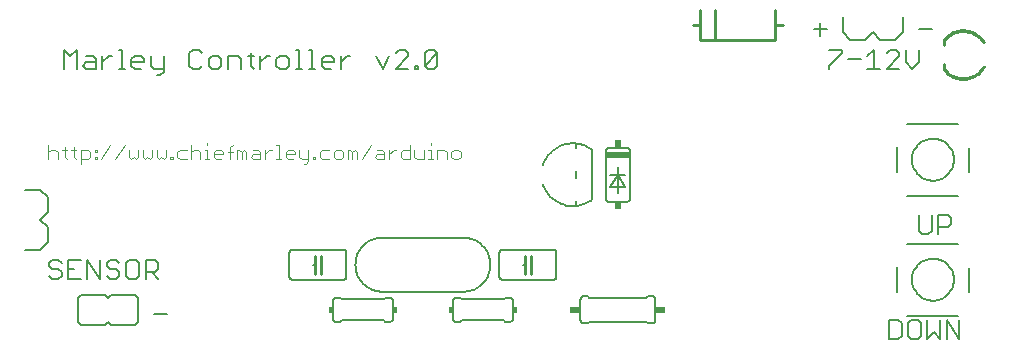
<source format=gto>
G04 This is an RS-274x file exported by *
G04 gerbv version 2.5.0 *
G04 More information is available about gerbv at *
G04 http://gerbv.gpleda.org/ *
G04 --End of header info--*
%MOIN*%
%FSLAX23Y23*%
%IPPOS*%
G04 --Define apertures--*
%ADD10C,0.0060*%
%ADD11C,0.0040*%
%ADD12C,0.0050*%
%ADD13R,0.0150X0.0200*%
%ADD14R,0.0800X0.0200*%
%ADD15R,0.0200X0.0250*%
%ADD16C,0.0080*%
%ADD17C,0.0100*%
%ADD18C,0.0010*%
%ADD19R,0.0340X0.0240*%
G04 --Start main section--*
G54D10*
G01X00440Y00334D02*
G01X00440Y00414D01*
G01X00440Y00414D02*
G01X00450Y00424D01*
G01X00450Y00424D02*
G01X00530Y00424D01*
G01X00530Y00424D02*
G01X00540Y00414D01*
G01X00540Y00414D02*
G01X00550Y00424D01*
G01X00550Y00424D02*
G01X00630Y00424D01*
G01X00630Y00424D02*
G01X00640Y00414D01*
G01X00640Y00414D02*
G01X00640Y00334D01*
G01X00640Y00334D02*
G01X00630Y00324D01*
G01X00630Y00324D02*
G01X00550Y00324D01*
G01X00550Y00324D02*
G01X00540Y00334D01*
G01X00540Y00334D02*
G01X00530Y00324D01*
G01X00530Y00324D02*
G01X00450Y00324D01*
G01X00450Y00324D02*
G01X00440Y00334D01*
G01X00450Y00477D02*
G01X00408Y00477D01*
G01X00408Y00477D02*
G01X00408Y00541D01*
G01X00408Y00541D02*
G01X00450Y00541D01*
G01X00472Y00541D02*
G01X00515Y00477D01*
G01X00515Y00477D02*
G01X00515Y00541D01*
G01X00537Y00531D02*
G01X00537Y00520D01*
G01X00537Y00520D02*
G01X00547Y00509D01*
G01X00547Y00509D02*
G01X00569Y00509D01*
G01X00569Y00509D02*
G01X00579Y00499D01*
G01X00579Y00499D02*
G01X00579Y00488D01*
G01X00579Y00488D02*
G01X00569Y00477D01*
G01X00569Y00477D02*
G01X00547Y00477D01*
G01X00547Y00477D02*
G01X00537Y00488D01*
G01X00537Y00531D02*
G01X00547Y00541D01*
G01X00547Y00541D02*
G01X00569Y00541D01*
G01X00569Y00541D02*
G01X00579Y00531D01*
G01X00601Y00531D02*
G01X00601Y00488D01*
G01X00601Y00488D02*
G01X00612Y00477D01*
G01X00612Y00477D02*
G01X00633Y00477D01*
G01X00633Y00477D02*
G01X00644Y00488D01*
G01X00644Y00488D02*
G01X00644Y00531D01*
G01X00644Y00531D02*
G01X00633Y00541D01*
G01X00633Y00541D02*
G01X00612Y00541D01*
G01X00612Y00541D02*
G01X00601Y00531D01*
G01X00666Y00541D02*
G01X00698Y00541D01*
G01X00698Y00541D02*
G01X00708Y00531D01*
G01X00708Y00531D02*
G01X00708Y00509D01*
G01X00708Y00509D02*
G01X00698Y00499D01*
G01X00698Y00499D02*
G01X00666Y00499D01*
G01X00666Y00477D02*
G01X00666Y00541D01*
G01X00687Y00499D02*
G01X00708Y00477D01*
G01X00693Y00359D02*
G01X00736Y00359D01*
G01X00472Y00477D02*
G01X00472Y00541D01*
G01X00429Y00509D02*
G01X00408Y00509D01*
G01X00386Y00499D02*
G01X00386Y00488D01*
G01X00386Y00488D02*
G01X00375Y00477D01*
G01X00375Y00477D02*
G01X00354Y00477D01*
G01X00354Y00477D02*
G01X00343Y00488D01*
G01X00354Y00509D02*
G01X00343Y00520D01*
G01X00343Y00520D02*
G01X00343Y00531D01*
G01X00343Y00531D02*
G01X00354Y00541D01*
G01X00354Y00541D02*
G01X00375Y00541D01*
G01X00375Y00541D02*
G01X00386Y00531D01*
G01X00375Y00509D02*
G01X00386Y00499D01*
G01X00375Y00509D02*
G01X00354Y00509D01*
G01X01145Y00484D02*
G01X01145Y00564D01*
G01X01145Y00564D02*
G01X01146Y00566D01*
G01X01146Y00566D02*
G01X01146Y00568D01*
G01X01146Y00568D02*
G01X01147Y00569D01*
G01X01147Y00569D02*
G01X01148Y00571D01*
G01X01148Y00571D02*
G01X01149Y00572D01*
G01X01149Y00572D02*
G01X01150Y00573D01*
G01X01150Y00573D02*
G01X01152Y00574D01*
G01X01152Y00574D02*
G01X01154Y00574D01*
G01X01154Y00574D02*
G01X01155Y00574D01*
G01X01155Y00574D02*
G01X01325Y00574D01*
G01X01325Y00574D02*
G01X01327Y00574D01*
G01X01327Y00574D02*
G01X01329Y00574D01*
G01X01329Y00574D02*
G01X01330Y00573D01*
G01X01330Y00573D02*
G01X01332Y00572D01*
G01X01332Y00572D02*
G01X01333Y00571D01*
G01X01333Y00571D02*
G01X01334Y00569D01*
G01X01334Y00569D02*
G01X01335Y00568D01*
G01X01335Y00568D02*
G01X01335Y00566D01*
G01X01335Y00566D02*
G01X01335Y00564D01*
G01X01335Y00564D02*
G01X01335Y00484D01*
G01X01335Y00484D02*
G01X01335Y00483D01*
G01X01335Y00483D02*
G01X01335Y00481D01*
G01X01335Y00481D02*
G01X01334Y00479D01*
G01X01334Y00479D02*
G01X01333Y00478D01*
G01X01333Y00478D02*
G01X01332Y00477D01*
G01X01332Y00477D02*
G01X01330Y00476D01*
G01X01330Y00476D02*
G01X01329Y00475D01*
G01X01329Y00475D02*
G01X01327Y00474D01*
G01X01327Y00474D02*
G01X01325Y00474D01*
G01X01325Y00474D02*
G01X01155Y00474D01*
G01X01155Y00474D02*
G01X01154Y00474D01*
G01X01154Y00474D02*
G01X01152Y00475D01*
G01X01152Y00475D02*
G01X01150Y00476D01*
G01X01150Y00476D02*
G01X01149Y00477D01*
G01X01149Y00477D02*
G01X01148Y00478D01*
G01X01148Y00478D02*
G01X01147Y00479D01*
G01X01147Y00479D02*
G01X01146Y00481D01*
G01X01146Y00481D02*
G01X01146Y00483D01*
G01X01146Y00483D02*
G01X01145Y00484D01*
G01X01225Y00524D02*
G01X01230Y00524D01*
G01X01250Y00524D02*
G01X01255Y00524D01*
G01X01300Y00414D02*
G01X01315Y00414D01*
G01X01315Y00414D02*
G01X01320Y00409D01*
G01X01320Y00409D02*
G01X01460Y00409D01*
G01X01460Y00409D02*
G01X01465Y00414D01*
G01X01465Y00414D02*
G01X01480Y00414D01*
G01X01480Y00414D02*
G01X01482Y00414D01*
G01X01482Y00414D02*
G01X01484Y00414D01*
G01X01484Y00414D02*
G01X01485Y00413D01*
G01X01485Y00413D02*
G01X01487Y00412D01*
G01X01487Y00412D02*
G01X01488Y00411D01*
G01X01488Y00411D02*
G01X01489Y00409D01*
G01X01489Y00409D02*
G01X01490Y00408D01*
G01X01490Y00408D02*
G01X01490Y00406D01*
G01X01490Y00406D02*
G01X01490Y00404D01*
G01X01490Y00404D02*
G01X01490Y00344D01*
G01X01490Y00344D02*
G01X01490Y00343D01*
G01X01490Y00343D02*
G01X01490Y00341D01*
G01X01490Y00341D02*
G01X01489Y00339D01*
G01X01489Y00339D02*
G01X01488Y00338D01*
G01X01488Y00338D02*
G01X01487Y00337D01*
G01X01487Y00337D02*
G01X01485Y00336D01*
G01X01485Y00336D02*
G01X01484Y00335D01*
G01X01484Y00335D02*
G01X01482Y00334D01*
G01X01482Y00334D02*
G01X01480Y00334D01*
G01X01480Y00334D02*
G01X01465Y00334D01*
G01X01465Y00334D02*
G01X01460Y00339D01*
G01X01460Y00339D02*
G01X01320Y00339D01*
G01X01320Y00339D02*
G01X01315Y00334D01*
G01X01315Y00334D02*
G01X01300Y00334D01*
G01X01300Y00334D02*
G01X01299Y00334D01*
G01X01299Y00334D02*
G01X01297Y00335D01*
G01X01297Y00335D02*
G01X01295Y00336D01*
G01X01295Y00336D02*
G01X01294Y00337D01*
G01X01294Y00337D02*
G01X01293Y00338D01*
G01X01293Y00338D02*
G01X01292Y00339D01*
G01X01292Y00339D02*
G01X01291Y00341D01*
G01X01291Y00341D02*
G01X01291Y00343D01*
G01X01291Y00343D02*
G01X01290Y00344D01*
G01X01290Y00344D02*
G01X01290Y00404D01*
G01X01290Y00404D02*
G01X01291Y00406D01*
G01X01291Y00406D02*
G01X01291Y00408D01*
G01X01291Y00408D02*
G01X01292Y00409D01*
G01X01292Y00409D02*
G01X01293Y00411D01*
G01X01293Y00411D02*
G01X01294Y00412D01*
G01X01294Y00412D02*
G01X01295Y00413D01*
G01X01295Y00413D02*
G01X01297Y00414D01*
G01X01297Y00414D02*
G01X01299Y00414D01*
G01X01299Y00414D02*
G01X01300Y00414D01*
G01X01690Y00404D02*
G01X01690Y00344D01*
G01X01690Y00344D02*
G01X01691Y00343D01*
G01X01691Y00343D02*
G01X01691Y00341D01*
G01X01691Y00341D02*
G01X01692Y00339D01*
G01X01692Y00339D02*
G01X01693Y00338D01*
G01X01693Y00338D02*
G01X01694Y00337D01*
G01X01694Y00337D02*
G01X01695Y00336D01*
G01X01695Y00336D02*
G01X01697Y00335D01*
G01X01697Y00335D02*
G01X01699Y00334D01*
G01X01699Y00334D02*
G01X01700Y00334D01*
G01X01700Y00334D02*
G01X01715Y00334D01*
G01X01715Y00334D02*
G01X01720Y00339D01*
G01X01720Y00339D02*
G01X01860Y00339D01*
G01X01860Y00339D02*
G01X01865Y00334D01*
G01X01865Y00334D02*
G01X01880Y00334D01*
G01X01880Y00334D02*
G01X01882Y00334D01*
G01X01882Y00334D02*
G01X01884Y00335D01*
G01X01884Y00335D02*
G01X01885Y00336D01*
G01X01885Y00336D02*
G01X01887Y00337D01*
G01X01887Y00337D02*
G01X01888Y00338D01*
G01X01888Y00338D02*
G01X01889Y00339D01*
G01X01889Y00339D02*
G01X01890Y00341D01*
G01X01890Y00341D02*
G01X01890Y00343D01*
G01X01890Y00343D02*
G01X01890Y00344D01*
G01X01890Y00344D02*
G01X01890Y00404D01*
G01X01890Y00404D02*
G01X01890Y00406D01*
G01X01890Y00406D02*
G01X01890Y00408D01*
G01X01890Y00408D02*
G01X01889Y00409D01*
G01X01889Y00409D02*
G01X01888Y00411D01*
G01X01888Y00411D02*
G01X01887Y00412D01*
G01X01887Y00412D02*
G01X01885Y00413D01*
G01X01885Y00413D02*
G01X01884Y00414D01*
G01X01884Y00414D02*
G01X01882Y00414D01*
G01X01882Y00414D02*
G01X01880Y00414D01*
G01X01880Y00414D02*
G01X01865Y00414D01*
G01X01865Y00414D02*
G01X01860Y00409D01*
G01X01860Y00409D02*
G01X01720Y00409D01*
G01X01720Y00409D02*
G01X01715Y00414D01*
G01X01715Y00414D02*
G01X01700Y00414D01*
G01X01700Y00414D02*
G01X01699Y00414D01*
G01X01699Y00414D02*
G01X01697Y00414D01*
G01X01697Y00414D02*
G01X01695Y00413D01*
G01X01695Y00413D02*
G01X01694Y00412D01*
G01X01694Y00412D02*
G01X01693Y00411D01*
G01X01693Y00411D02*
G01X01692Y00409D01*
G01X01692Y00409D02*
G01X01691Y00408D01*
G01X01691Y00408D02*
G01X01691Y00406D01*
G01X01691Y00406D02*
G01X01690Y00404D01*
G01X01845Y00484D02*
G01X01845Y00564D01*
G01X01845Y00564D02*
G01X01846Y00566D01*
G01X01846Y00566D02*
G01X01846Y00568D01*
G01X01846Y00568D02*
G01X01847Y00569D01*
G01X01847Y00569D02*
G01X01848Y00571D01*
G01X01848Y00571D02*
G01X01849Y00572D01*
G01X01849Y00572D02*
G01X01850Y00573D01*
G01X01850Y00573D02*
G01X01852Y00574D01*
G01X01852Y00574D02*
G01X01854Y00574D01*
G01X01854Y00574D02*
G01X01855Y00574D01*
G01X01855Y00574D02*
G01X02025Y00574D01*
G01X02025Y00574D02*
G01X02027Y00574D01*
G01X02027Y00574D02*
G01X02029Y00574D01*
G01X02029Y00574D02*
G01X02030Y00573D01*
G01X02030Y00573D02*
G01X02032Y00572D01*
G01X02032Y00572D02*
G01X02033Y00571D01*
G01X02033Y00571D02*
G01X02034Y00569D01*
G01X02034Y00569D02*
G01X02035Y00568D01*
G01X02035Y00568D02*
G01X02035Y00566D01*
G01X02035Y00566D02*
G01X02035Y00564D01*
G01X02035Y00564D02*
G01X02035Y00484D01*
G01X02035Y00484D02*
G01X02035Y00483D01*
G01X02035Y00483D02*
G01X02035Y00481D01*
G01X02035Y00481D02*
G01X02034Y00479D01*
G01X02034Y00479D02*
G01X02033Y00478D01*
G01X02033Y00478D02*
G01X02032Y00477D01*
G01X02032Y00477D02*
G01X02030Y00476D01*
G01X02030Y00476D02*
G01X02029Y00475D01*
G01X02029Y00475D02*
G01X02027Y00474D01*
G01X02027Y00474D02*
G01X02025Y00474D01*
G01X02025Y00474D02*
G01X01855Y00474D01*
G01X01855Y00474D02*
G01X01854Y00474D01*
G01X01854Y00474D02*
G01X01852Y00475D01*
G01X01852Y00475D02*
G01X01850Y00476D01*
G01X01850Y00476D02*
G01X01849Y00477D01*
G01X01849Y00477D02*
G01X01848Y00478D01*
G01X01848Y00478D02*
G01X01847Y00479D01*
G01X01847Y00479D02*
G01X01846Y00481D01*
G01X01846Y00481D02*
G01X01846Y00483D01*
G01X01846Y00483D02*
G01X01845Y00484D01*
G01X01925Y00524D02*
G01X01930Y00524D01*
G01X01950Y00524D02*
G01X01955Y00524D01*
G01X02115Y00409D02*
G01X02115Y00339D01*
G01X02115Y00339D02*
G01X02116Y00338D01*
G01X02116Y00338D02*
G01X02116Y00336D01*
G01X02116Y00336D02*
G01X02117Y00334D01*
G01X02117Y00334D02*
G01X02118Y00333D01*
G01X02118Y00333D02*
G01X02119Y00332D01*
G01X02119Y00332D02*
G01X02120Y00331D01*
G01X02120Y00331D02*
G01X02122Y00330D01*
G01X02122Y00330D02*
G01X02124Y00329D01*
G01X02124Y00329D02*
G01X02125Y00329D01*
G01X02125Y00329D02*
G01X02140Y00329D01*
G01X02140Y00329D02*
G01X02145Y00334D01*
G01X02145Y00334D02*
G01X02335Y00334D01*
G01X02335Y00334D02*
G01X02340Y00329D01*
G01X02340Y00329D02*
G01X02355Y00329D01*
G01X02355Y00329D02*
G01X02357Y00329D01*
G01X02357Y00329D02*
G01X02359Y00330D01*
G01X02359Y00330D02*
G01X02360Y00331D01*
G01X02360Y00331D02*
G01X02362Y00332D01*
G01X02362Y00332D02*
G01X02363Y00333D01*
G01X02363Y00333D02*
G01X02364Y00334D01*
G01X02364Y00334D02*
G01X02365Y00336D01*
G01X02365Y00336D02*
G01X02365Y00338D01*
G01X02365Y00338D02*
G01X02365Y00339D01*
G01X02365Y00339D02*
G01X02365Y00409D01*
G01X02365Y00409D02*
G01X02365Y00411D01*
G01X02365Y00411D02*
G01X02365Y00413D01*
G01X02365Y00413D02*
G01X02364Y00414D01*
G01X02364Y00414D02*
G01X02363Y00416D01*
G01X02363Y00416D02*
G01X02362Y00417D01*
G01X02362Y00417D02*
G01X02360Y00418D01*
G01X02360Y00418D02*
G01X02359Y00419D01*
G01X02359Y00419D02*
G01X02357Y00419D01*
G01X02357Y00419D02*
G01X02355Y00419D01*
G01X02355Y00419D02*
G01X02340Y00419D01*
G01X02340Y00419D02*
G01X02335Y00414D01*
G01X02335Y00414D02*
G01X02145Y00414D01*
G01X02145Y00414D02*
G01X02140Y00419D01*
G01X02140Y00419D02*
G01X02125Y00419D01*
G01X02125Y00419D02*
G01X02124Y00419D01*
G01X02124Y00419D02*
G01X02122Y00419D01*
G01X02122Y00419D02*
G01X02120Y00418D01*
G01X02120Y00418D02*
G01X02119Y00417D01*
G01X02119Y00417D02*
G01X02118Y00416D01*
G01X02118Y00416D02*
G01X02117Y00414D01*
G01X02117Y00414D02*
G01X02116Y00413D01*
G01X02116Y00413D02*
G01X02116Y00411D01*
G01X02116Y00411D02*
G01X02115Y00409D01*
G01X02210Y00734D02*
G01X02270Y00734D01*
G01X02270Y00734D02*
G01X02272Y00734D01*
G01X02272Y00734D02*
G01X02274Y00735D01*
G01X02274Y00735D02*
G01X02275Y00736D01*
G01X02275Y00736D02*
G01X02277Y00737D01*
G01X02277Y00737D02*
G01X02278Y00738D01*
G01X02278Y00738D02*
G01X02279Y00739D01*
G01X02279Y00739D02*
G01X02280Y00741D01*
G01X02280Y00741D02*
G01X02280Y00743D01*
G01X02280Y00743D02*
G01X02280Y00744D01*
G01X02280Y00744D02*
G01X02280Y00904D01*
G01X02280Y00904D02*
G01X02280Y00906D01*
G01X02280Y00906D02*
G01X02280Y00908D01*
G01X02280Y00908D02*
G01X02279Y00909D01*
G01X02279Y00909D02*
G01X02278Y00911D01*
G01X02278Y00911D02*
G01X02277Y00912D01*
G01X02277Y00912D02*
G01X02275Y00913D01*
G01X02275Y00913D02*
G01X02274Y00914D01*
G01X02274Y00914D02*
G01X02272Y00914D01*
G01X02272Y00914D02*
G01X02270Y00914D01*
G01X02270Y00914D02*
G01X02210Y00914D01*
G01X02210Y00914D02*
G01X02209Y00914D01*
G01X02209Y00914D02*
G01X02207Y00914D01*
G01X02207Y00914D02*
G01X02205Y00913D01*
G01X02205Y00913D02*
G01X02204Y00912D01*
G01X02204Y00912D02*
G01X02203Y00911D01*
G01X02203Y00911D02*
G01X02202Y00909D01*
G01X02202Y00909D02*
G01X02201Y00908D01*
G01X02201Y00908D02*
G01X02201Y00906D01*
G01X02201Y00906D02*
G01X02200Y00904D01*
G01X02200Y00904D02*
G01X02200Y00744D01*
G01X02200Y00744D02*
G01X02201Y00743D01*
G01X02201Y00743D02*
G01X02201Y00741D01*
G01X02201Y00741D02*
G01X02202Y00739D01*
G01X02202Y00739D02*
G01X02203Y00738D01*
G01X02203Y00738D02*
G01X02204Y00737D01*
G01X02204Y00737D02*
G01X02205Y00736D01*
G01X02205Y00736D02*
G01X02207Y00735D01*
G01X02207Y00735D02*
G01X02209Y00734D01*
G01X02209Y00734D02*
G01X02210Y00734D01*
G01X02240Y00764D02*
G01X02240Y00824D01*
G01X02240Y00824D02*
G01X02215Y00824D01*
G01X02240Y00824D02*
G01X02265Y00824D01*
G01X02240Y00824D02*
G01X02265Y00784D01*
G01X02265Y00784D02*
G01X02215Y00784D01*
G01X02215Y00784D02*
G01X02240Y00824D01*
G01X02240Y00824D02*
G01X02240Y00849D01*
G01X01639Y01188D02*
G01X01628Y01177D01*
G01X01628Y01177D02*
G01X01607Y01177D01*
G01X01607Y01177D02*
G01X01596Y01188D01*
G01X01596Y01188D02*
G01X01639Y01231D01*
G01X01639Y01231D02*
G01X01639Y01188D01*
G01X01596Y01188D02*
G01X01596Y01231D01*
G01X01596Y01231D02*
G01X01607Y01241D01*
G01X01607Y01241D02*
G01X01628Y01241D01*
G01X01628Y01241D02*
G01X01639Y01231D01*
G01X01542Y01231D02*
G01X01542Y01220D01*
G01X01542Y01220D02*
G01X01500Y01177D01*
G01X01500Y01177D02*
G01X01542Y01177D01*
G01X01564Y01177D02*
G01X01575Y01177D01*
G01X01575Y01177D02*
G01X01575Y01188D01*
G01X01575Y01188D02*
G01X01564Y01188D01*
G01X01564Y01188D02*
G01X01564Y01177D01*
G01X01478Y01220D02*
G01X01457Y01177D01*
G01X01457Y01177D02*
G01X01435Y01220D01*
G01X01500Y01231D02*
G01X01510Y01241D01*
G01X01510Y01241D02*
G01X01532Y01241D01*
G01X01532Y01241D02*
G01X01542Y01231D01*
G01X01349Y01220D02*
G01X01338Y01220D01*
G01X01338Y01220D02*
G01X01317Y01199D01*
G01X01317Y01177D02*
G01X01317Y01220D01*
G01X01295Y01209D02*
G01X01295Y01199D01*
G01X01295Y01199D02*
G01X01253Y01199D01*
G01X01253Y01188D02*
G01X01253Y01209D01*
G01X01253Y01209D02*
G01X01263Y01220D01*
G01X01263Y01220D02*
G01X01285Y01220D01*
G01X01285Y01220D02*
G01X01295Y01209D01*
G01X01285Y01177D02*
G01X01263Y01177D01*
G01X01263Y01177D02*
G01X01253Y01188D01*
G01X01231Y01177D02*
G01X01210Y01177D01*
G01X01220Y01177D02*
G01X01220Y01241D01*
G01X01220Y01241D02*
G01X01210Y01241D01*
G01X01177Y01241D02*
G01X01177Y01177D01*
G01X01188Y01177D02*
G01X01167Y01177D01*
G01X01145Y01188D02*
G01X01145Y01209D01*
G01X01145Y01209D02*
G01X01134Y01220D01*
G01X01134Y01220D02*
G01X01113Y01220D01*
G01X01113Y01220D02*
G01X01102Y01209D01*
G01X01102Y01209D02*
G01X01102Y01188D01*
G01X01102Y01188D02*
G01X01113Y01177D01*
G01X01113Y01177D02*
G01X01134Y01177D01*
G01X01134Y01177D02*
G01X01145Y01188D01*
G01X01167Y01241D02*
G01X01177Y01241D01*
G01X01081Y01220D02*
G01X01070Y01220D01*
G01X01070Y01220D02*
G01X01049Y01199D01*
G01X01049Y01177D02*
G01X01049Y01220D01*
G01X01027Y01220D02*
G01X01006Y01220D01*
G01X01016Y01231D02*
G01X01016Y01188D01*
G01X01016Y01188D02*
G01X01027Y01177D01*
G01X00984Y01177D02*
G01X00984Y01209D01*
G01X00984Y01209D02*
G01X00973Y01220D01*
G01X00973Y01220D02*
G01X00941Y01220D01*
G01X00941Y01220D02*
G01X00941Y01177D01*
G01X00919Y01188D02*
G01X00919Y01209D01*
G01X00919Y01209D02*
G01X00909Y01220D01*
G01X00909Y01220D02*
G01X00887Y01220D01*
G01X00887Y01220D02*
G01X00877Y01209D01*
G01X00877Y01209D02*
G01X00877Y01188D01*
G01X00877Y01188D02*
G01X00887Y01177D01*
G01X00887Y01177D02*
G01X00909Y01177D01*
G01X00909Y01177D02*
G01X00919Y01188D01*
G01X00855Y01188D02*
G01X00844Y01177D01*
G01X00844Y01177D02*
G01X00823Y01177D01*
G01X00823Y01177D02*
G01X00812Y01188D01*
G01X00812Y01188D02*
G01X00812Y01231D01*
G01X00812Y01231D02*
G01X00823Y01241D01*
G01X00823Y01241D02*
G01X00844Y01241D01*
G01X00844Y01241D02*
G01X00855Y01231D01*
G01X00726Y01220D02*
G01X00726Y01167D01*
G01X00726Y01167D02*
G01X00715Y01156D01*
G01X00715Y01156D02*
G01X00705Y01156D01*
G01X00694Y01177D02*
G01X00726Y01177D01*
G01X00694Y01177D02*
G01X00683Y01188D01*
G01X00683Y01188D02*
G01X00683Y01220D01*
G01X00662Y01209D02*
G01X00662Y01199D01*
G01X00662Y01199D02*
G01X00619Y01199D01*
G01X00619Y01188D02*
G01X00619Y01209D01*
G01X00619Y01209D02*
G01X00630Y01220D01*
G01X00630Y01220D02*
G01X00651Y01220D01*
G01X00651Y01220D02*
G01X00662Y01209D01*
G01X00651Y01177D02*
G01X00630Y01177D01*
G01X00630Y01177D02*
G01X00619Y01188D01*
G01X00597Y01177D02*
G01X00576Y01177D01*
G01X00587Y01177D02*
G01X00587Y01241D01*
G01X00587Y01241D02*
G01X00576Y01241D01*
G01X00554Y01220D02*
G01X00544Y01220D01*
G01X00544Y01220D02*
G01X00522Y01199D01*
G01X00522Y01177D02*
G01X00522Y01220D01*
G01X00500Y01209D02*
G01X00500Y01177D01*
G01X00500Y01177D02*
G01X00468Y01177D01*
G01X00468Y01177D02*
G01X00458Y01188D01*
G01X00458Y01188D02*
G01X00468Y01199D01*
G01X00468Y01199D02*
G01X00500Y01199D01*
G01X00500Y01209D02*
G01X00490Y01220D01*
G01X00490Y01220D02*
G01X00468Y01220D01*
G01X00436Y01241D02*
G01X00436Y01177D01*
G01X00393Y01177D02*
G01X00393Y01241D01*
G01X00393Y01241D02*
G01X00415Y01220D01*
G01X00415Y01220D02*
G01X00436Y01241D01*
G01X02893Y01309D02*
G01X02936Y01309D01*
G01X02915Y01288D02*
G01X02915Y01331D01*
G01X02943Y01241D02*
G01X02986Y01241D01*
G01X02986Y01241D02*
G01X02986Y01231D01*
G01X02986Y01231D02*
G01X02943Y01188D01*
G01X02943Y01188D02*
G01X02943Y01177D01*
G01X03008Y01209D02*
G01X03050Y01209D01*
G01X03072Y01220D02*
G01X03094Y01241D01*
G01X03094Y01241D02*
G01X03094Y01177D01*
G01X03072Y01177D02*
G01X03115Y01177D01*
G01X03137Y01177D02*
G01X03179Y01220D01*
G01X03179Y01220D02*
G01X03179Y01231D01*
G01X03179Y01231D02*
G01X03169Y01241D01*
G01X03169Y01241D02*
G01X03147Y01241D01*
G01X03147Y01241D02*
G01X03137Y01231D01*
G01X03201Y01241D02*
G01X03201Y01199D01*
G01X03201Y01199D02*
G01X03222Y01177D01*
G01X03222Y01177D02*
G01X03244Y01199D01*
G01X03244Y01199D02*
G01X03244Y01241D01*
G01X03179Y01177D02*
G01X03137Y01177D01*
G01X03243Y01309D02*
G01X03286Y01309D01*
G01X03286Y00691D02*
G01X03286Y00638D01*
G01X03286Y00638D02*
G01X03275Y00627D01*
G01X03275Y00627D02*
G01X03254Y00627D01*
G01X03254Y00627D02*
G01X03243Y00638D01*
G01X03243Y00638D02*
G01X03243Y00691D01*
G01X03308Y00691D02*
G01X03340Y00691D01*
G01X03340Y00691D02*
G01X03350Y00681D01*
G01X03350Y00681D02*
G01X03350Y00659D01*
G01X03350Y00659D02*
G01X03340Y00649D01*
G01X03340Y00649D02*
G01X03308Y00649D01*
G01X03308Y00627D02*
G01X03308Y00691D01*
G01X03315Y00341D02*
G01X03315Y00277D01*
G01X03315Y00277D02*
G01X03294Y00299D01*
G01X03294Y00299D02*
G01X03272Y00277D01*
G01X03272Y00277D02*
G01X03272Y00341D01*
G01X03250Y00331D02*
G01X03240Y00341D01*
G01X03240Y00341D02*
G01X03218Y00341D01*
G01X03218Y00341D02*
G01X03208Y00331D01*
G01X03208Y00331D02*
G01X03208Y00288D01*
G01X03208Y00288D02*
G01X03218Y00277D01*
G01X03218Y00277D02*
G01X03240Y00277D01*
G01X03240Y00277D02*
G01X03250Y00288D01*
G01X03250Y00288D02*
G01X03250Y00331D01*
G01X03186Y00331D02*
G01X03186Y00288D01*
G01X03186Y00288D02*
G01X03175Y00277D01*
G01X03175Y00277D02*
G01X03143Y00277D01*
G01X03143Y00277D02*
G01X03143Y00341D01*
G01X03143Y00341D02*
G01X03175Y00341D01*
G01X03175Y00341D02*
G01X03186Y00331D01*
G01X03337Y00341D02*
G01X03337Y00277D01*
G01X03379Y00277D02*
G01X03379Y00341D01*
G01X03337Y00341D02*
G01X03379Y00277D01*
G54D11*
G01X01716Y00884D02*
G01X01716Y00899D01*
G01X01716Y00899D02*
G01X01708Y00907D01*
G01X01708Y00907D02*
G01X01693Y00907D01*
G01X01693Y00907D02*
G01X01685Y00899D01*
G01X01685Y00899D02*
G01X01685Y00884D01*
G01X01685Y00884D02*
G01X01693Y00876D01*
G01X01693Y00876D02*
G01X01708Y00876D01*
G01X01708Y00876D02*
G01X01716Y00884D01*
G01X01670Y00876D02*
G01X01670Y00899D01*
G01X01670Y00899D02*
G01X01662Y00907D01*
G01X01662Y00907D02*
G01X01639Y00907D01*
G01X01639Y00907D02*
G01X01639Y00876D01*
G01X01624Y00876D02*
G01X01608Y00876D01*
G01X01616Y00876D02*
G01X01616Y00907D01*
G01X01616Y00907D02*
G01X01608Y00907D01*
G01X01593Y00907D02*
G01X01593Y00876D01*
G01X01593Y00876D02*
G01X01570Y00876D01*
G01X01570Y00876D02*
G01X01562Y00884D01*
G01X01562Y00884D02*
G01X01562Y00907D01*
G01X01547Y00907D02*
G01X01524Y00907D01*
G01X01524Y00907D02*
G01X01516Y00899D01*
G01X01516Y00899D02*
G01X01516Y00884D01*
G01X01516Y00884D02*
G01X01524Y00876D01*
G01X01524Y00876D02*
G01X01547Y00876D01*
G01X01547Y00876D02*
G01X01547Y00922D01*
G01X01501Y00907D02*
G01X01493Y00907D01*
G01X01493Y00907D02*
G01X01478Y00892D01*
G01X01478Y00876D02*
G01X01478Y00907D01*
G01X01462Y00899D02*
G01X01462Y00876D01*
G01X01462Y00876D02*
G01X01439Y00876D01*
G01X01439Y00876D02*
G01X01432Y00884D01*
G01X01432Y00884D02*
G01X01439Y00892D01*
G01X01439Y00892D02*
G01X01462Y00892D01*
G01X01462Y00899D02*
G01X01455Y00907D01*
G01X01455Y00907D02*
G01X01439Y00907D01*
G01X01416Y00922D02*
G01X01386Y00876D01*
G01X01370Y00876D02*
G01X01370Y00899D01*
G01X01370Y00899D02*
G01X01363Y00907D01*
G01X01363Y00907D02*
G01X01355Y00899D01*
G01X01355Y00899D02*
G01X01355Y00876D01*
G01X01340Y00876D02*
G01X01340Y00907D01*
G01X01340Y00907D02*
G01X01347Y00907D01*
G01X01347Y00907D02*
G01X01355Y00899D01*
G01X01324Y00899D02*
G01X01324Y00884D01*
G01X01324Y00884D02*
G01X01317Y00876D01*
G01X01317Y00876D02*
G01X01301Y00876D01*
G01X01301Y00876D02*
G01X01294Y00884D01*
G01X01294Y00884D02*
G01X01294Y00899D01*
G01X01294Y00899D02*
G01X01301Y00907D01*
G01X01301Y00907D02*
G01X01317Y00907D01*
G01X01317Y00907D02*
G01X01324Y00899D01*
G01X01278Y00907D02*
G01X01255Y00907D01*
G01X01255Y00907D02*
G01X01248Y00899D01*
G01X01248Y00899D02*
G01X01248Y00884D01*
G01X01248Y00884D02*
G01X01255Y00876D01*
G01X01255Y00876D02*
G01X01278Y00876D01*
G01X01232Y00876D02*
G01X01225Y00876D01*
G01X01225Y00876D02*
G01X01225Y00884D01*
G01X01225Y00884D02*
G01X01232Y00884D01*
G01X01232Y00884D02*
G01X01232Y00876D01*
G01X01209Y00876D02*
G01X01186Y00876D01*
G01X01186Y00876D02*
G01X01179Y00884D01*
G01X01179Y00884D02*
G01X01179Y00907D01*
G01X01163Y00899D02*
G01X01156Y00907D01*
G01X01156Y00907D02*
G01X01140Y00907D01*
G01X01140Y00907D02*
G01X01133Y00899D01*
G01X01133Y00899D02*
G01X01133Y00884D01*
G01X01133Y00884D02*
G01X01140Y00876D01*
G01X01140Y00876D02*
G01X01156Y00876D01*
G01X01163Y00892D02*
G01X01133Y00892D01*
G01X01117Y00876D02*
G01X01102Y00876D01*
G01X01110Y00876D02*
G01X01110Y00922D01*
G01X01110Y00922D02*
G01X01102Y00922D01*
G01X01087Y00907D02*
G01X01079Y00907D01*
G01X01079Y00907D02*
G01X01064Y00892D01*
G01X01064Y00876D02*
G01X01064Y00907D01*
G01X01048Y00899D02*
G01X01048Y00876D01*
G01X01048Y00876D02*
G01X01025Y00876D01*
G01X01025Y00876D02*
G01X01017Y00884D01*
G01X01017Y00884D02*
G01X01025Y00892D01*
G01X01025Y00892D02*
G01X01048Y00892D01*
G01X01048Y00899D02*
G01X01041Y00907D01*
G01X01041Y00907D02*
G01X01025Y00907D01*
G01X01002Y00899D02*
G01X01002Y00876D01*
G01X00987Y00876D02*
G01X00987Y00899D01*
G01X00987Y00899D02*
G01X00994Y00907D01*
G01X00994Y00907D02*
G01X01002Y00899D01*
G01X00987Y00899D02*
G01X00979Y00907D01*
G01X00979Y00907D02*
G01X00971Y00907D01*
G01X00971Y00907D02*
G01X00971Y00876D01*
G01X00948Y00876D02*
G01X00948Y00915D01*
G01X00948Y00915D02*
G01X00956Y00922D01*
G01X00956Y00899D02*
G01X00941Y00899D01*
G01X00925Y00899D02*
G01X00925Y00892D01*
G01X00925Y00892D02*
G01X00895Y00892D01*
G01X00895Y00884D02*
G01X00895Y00899D01*
G01X00895Y00899D02*
G01X00902Y00907D01*
G01X00902Y00907D02*
G01X00918Y00907D01*
G01X00918Y00907D02*
G01X00925Y00899D01*
G01X00918Y00876D02*
G01X00902Y00876D01*
G01X00902Y00876D02*
G01X00895Y00884D01*
G01X00879Y00876D02*
G01X00864Y00876D01*
G01X00872Y00876D02*
G01X00872Y00907D01*
G01X00872Y00907D02*
G01X00864Y00907D01*
G01X00872Y00922D02*
G01X00872Y00930D01*
G01X00841Y00907D02*
G01X00849Y00899D01*
G01X00849Y00899D02*
G01X00849Y00876D01*
G01X00818Y00876D02*
G01X00818Y00922D01*
G01X00826Y00907D02*
G01X00841Y00907D01*
G01X00826Y00907D02*
G01X00818Y00899D01*
G01X00803Y00907D02*
G01X00780Y00907D01*
G01X00780Y00907D02*
G01X00772Y00899D01*
G01X00772Y00899D02*
G01X00772Y00884D01*
G01X00772Y00884D02*
G01X00780Y00876D01*
G01X00780Y00876D02*
G01X00803Y00876D01*
G01X00757Y00876D02*
G01X00749Y00876D01*
G01X00749Y00876D02*
G01X00749Y00884D01*
G01X00749Y00884D02*
G01X00757Y00884D01*
G01X00757Y00884D02*
G01X00757Y00876D01*
G01X00734Y00884D02*
G01X00734Y00907D01*
G01X00703Y00907D02*
G01X00703Y00884D01*
G01X00703Y00884D02*
G01X00711Y00876D01*
G01X00711Y00876D02*
G01X00718Y00884D01*
G01X00718Y00884D02*
G01X00726Y00876D01*
G01X00726Y00876D02*
G01X00734Y00884D01*
G01X00688Y00884D02*
G01X00688Y00907D01*
G01X00657Y00907D02*
G01X00657Y00884D01*
G01X00657Y00884D02*
G01X00665Y00876D01*
G01X00665Y00876D02*
G01X00672Y00884D01*
G01X00672Y00884D02*
G01X00680Y00876D01*
G01X00680Y00876D02*
G01X00688Y00884D01*
G01X00642Y00884D02*
G01X00642Y00907D01*
G01X00611Y00907D02*
G01X00611Y00884D01*
G01X00611Y00884D02*
G01X00619Y00876D01*
G01X00619Y00876D02*
G01X00626Y00884D01*
G01X00626Y00884D02*
G01X00634Y00876D01*
G01X00634Y00876D02*
G01X00642Y00884D01*
G01X00596Y00922D02*
G01X00565Y00876D01*
G01X00519Y00876D02*
G01X00549Y00922D01*
G01X00503Y00907D02*
G01X00503Y00899D01*
G01X00503Y00899D02*
G01X00496Y00899D01*
G01X00496Y00899D02*
G01X00496Y00907D01*
G01X00496Y00907D02*
G01X00503Y00907D01*
G01X00480Y00899D02*
G01X00480Y00884D01*
G01X00480Y00884D02*
G01X00473Y00876D01*
G01X00473Y00876D02*
G01X00450Y00876D01*
G01X00450Y00861D02*
G01X00450Y00907D01*
G01X00450Y00907D02*
G01X00473Y00907D01*
G01X00473Y00907D02*
G01X00480Y00899D01*
G01X00496Y00884D02*
G01X00496Y00876D01*
G01X00496Y00876D02*
G01X00503Y00876D01*
G01X00503Y00876D02*
G01X00503Y00884D01*
G01X00503Y00884D02*
G01X00496Y00884D01*
G01X00434Y00876D02*
G01X00427Y00884D01*
G01X00427Y00884D02*
G01X00427Y00915D01*
G01X00419Y00907D02*
G01X00434Y00907D01*
G01X00404Y00907D02*
G01X00388Y00907D01*
G01X00396Y00915D02*
G01X00396Y00884D01*
G01X00396Y00884D02*
G01X00404Y00876D01*
G01X00373Y00876D02*
G01X00373Y00899D01*
G01X00373Y00899D02*
G01X00365Y00907D01*
G01X00365Y00907D02*
G01X00350Y00907D01*
G01X00350Y00907D02*
G01X00342Y00899D01*
G01X00342Y00922D02*
G01X00342Y00876D01*
G01X01163Y00892D02*
G01X01163Y00899D01*
G01X01209Y00907D02*
G01X01209Y00869D01*
G01X01209Y00869D02*
G01X01202Y00861D01*
G01X01202Y00861D02*
G01X01194Y00861D01*
G01X01616Y00922D02*
G01X01616Y00930D01*
G54D12*
G01X01990Y00855D02*
G01X01992Y00861D01*
G01X01992Y00861D02*
G01X01994Y00867D01*
G01X01994Y00867D02*
G01X01997Y00873D01*
G01X01997Y00873D02*
G01X02000Y00878D01*
G01X02000Y00878D02*
G01X02004Y00884D01*
G01X02004Y00884D02*
G01X02007Y00889D01*
G01X02007Y00889D02*
G01X02012Y00894D01*
G01X02012Y00894D02*
G01X02016Y00898D01*
G01X02016Y00898D02*
G01X02021Y00903D01*
G01X02021Y00903D02*
G01X02026Y00907D01*
G01X02026Y00907D02*
G01X02031Y00911D01*
G01X02031Y00911D02*
G01X02036Y00914D01*
G01X02036Y00914D02*
G01X02042Y00917D01*
G01X02042Y00917D02*
G01X02047Y00920D01*
G01X02047Y00920D02*
G01X02053Y00922D01*
G01X02053Y00922D02*
G01X02059Y00924D01*
G01X02059Y00924D02*
G01X02065Y00926D01*
G01X02065Y00926D02*
G01X02071Y00928D01*
G01X02071Y00928D02*
G01X02078Y00928D01*
G01X02078Y00928D02*
G01X02084Y00929D01*
G01X02084Y00929D02*
G01X02090Y00929D01*
G01X02090Y00929D02*
G01X02097Y00929D01*
G01X02097Y00929D02*
G01X02103Y00928D01*
G01X02103Y00928D02*
G01X02109Y00928D01*
G01X02109Y00928D02*
G01X02116Y00926D01*
G01X02116Y00926D02*
G01X02122Y00924D01*
G01X02122Y00924D02*
G01X02128Y00922D01*
G01X02128Y00922D02*
G01X02134Y00920D01*
G01X02134Y00920D02*
G01X02139Y00917D01*
G01X02139Y00917D02*
G01X02145Y00914D01*
G01X02145Y00914D02*
G01X02150Y00910D01*
G01X02150Y00910D02*
G01X02155Y00907D01*
G01X02155Y00907D02*
G01X02155Y00742D01*
G01X02100Y00736D02*
G01X02100Y00720D01*
G01X02100Y00813D02*
G01X02100Y00836D01*
G01X02155Y00742D02*
G01X02151Y00738D01*
G01X02151Y00738D02*
G01X02146Y00735D01*
G01X02146Y00735D02*
G01X02140Y00732D01*
G01X02140Y00732D02*
G01X02135Y00729D01*
G01X02135Y00729D02*
G01X02129Y00727D01*
G01X02129Y00727D02*
G01X02124Y00725D01*
G01X02124Y00725D02*
G01X02118Y00723D01*
G01X02118Y00723D02*
G01X02112Y00722D01*
G01X02112Y00722D02*
G01X02106Y00720D01*
G01X02106Y00720D02*
G01X02100Y00720D01*
G01X02100Y00720D02*
G01X02094Y00719D01*
G01X02094Y00719D02*
G01X02088Y00719D01*
G01X02088Y00719D02*
G01X02082Y00720D01*
G01X02082Y00720D02*
G01X02075Y00720D01*
G01X02075Y00720D02*
G01X02069Y00721D01*
G01X02069Y00721D02*
G01X02063Y00723D01*
G01X02063Y00723D02*
G01X02057Y00725D01*
G01X02057Y00725D02*
G01X02051Y00727D01*
G01X02051Y00727D02*
G01X02046Y00729D01*
G01X02046Y00729D02*
G01X02040Y00732D01*
G01X02040Y00732D02*
G01X02035Y00735D01*
G01X02035Y00735D02*
G01X02030Y00739D01*
G01X02030Y00739D02*
G01X02025Y00742D01*
G01X02025Y00742D02*
G01X02020Y00746D01*
G01X02020Y00746D02*
G01X02015Y00751D01*
G01X02015Y00751D02*
G01X02011Y00755D01*
G01X02011Y00755D02*
G01X02007Y00760D01*
G01X02007Y00760D02*
G01X02003Y00765D01*
G01X02003Y00765D02*
G01X02000Y00771D01*
G01X02000Y00771D02*
G01X01997Y00776D01*
G01X01997Y00776D02*
G01X01994Y00782D01*
G01X01994Y00782D02*
G01X01992Y00787D01*
G01X01992Y00787D02*
G01X01990Y00793D01*
G01X02100Y00913D02*
G01X02100Y00929D01*
G54D13*
G01X01898Y00374D03*
G01X01683Y00374D03*
G01X01498Y00374D03*
G01X01283Y00374D03*
G54D14*
G01X02240Y00889D03*
G54D15*
G01X02240Y00927D03*
G01X02240Y00722D03*
G54D16*
G01X00265Y00774D02*
G01X00315Y00774D01*
G01X00315Y00774D02*
G01X00340Y00749D01*
G01X00340Y00749D02*
G01X00340Y00699D01*
G01X00340Y00699D02*
G01X00315Y00674D01*
G01X00315Y00674D02*
G01X00340Y00649D01*
G01X00340Y00649D02*
G01X00340Y00599D01*
G01X00340Y00599D02*
G01X00315Y00574D01*
G01X00315Y00574D02*
G01X00265Y00574D01*
G01X01455Y00614D02*
G01X01725Y00614D01*
G01X01725Y00614D02*
G01X01731Y00614D01*
G01X01731Y00614D02*
G01X01737Y00613D01*
G01X01737Y00613D02*
G01X01743Y00613D01*
G01X01743Y00613D02*
G01X01749Y00611D01*
G01X01749Y00611D02*
G01X01754Y00609D01*
G01X01754Y00609D02*
G01X01760Y00607D01*
G01X01760Y00607D02*
G01X01765Y00605D01*
G01X01765Y00605D02*
G01X01770Y00602D01*
G01X01770Y00602D02*
G01X01775Y00599D01*
G01X01775Y00599D02*
G01X01780Y00596D01*
G01X01780Y00596D02*
G01X01785Y00592D01*
G01X01785Y00592D02*
G01X01789Y00588D01*
G01X01789Y00588D02*
G01X01793Y00584D01*
G01X01793Y00584D02*
G01X01797Y00579D01*
G01X01797Y00579D02*
G01X01800Y00574D01*
G01X01800Y00574D02*
G01X01803Y00569D01*
G01X01803Y00569D02*
G01X01806Y00564D01*
G01X01806Y00564D02*
G01X01808Y00559D01*
G01X01808Y00559D02*
G01X01811Y00553D01*
G01X01811Y00553D02*
G01X01812Y00548D01*
G01X01812Y00548D02*
G01X01814Y00542D01*
G01X01814Y00542D02*
G01X01815Y00536D01*
G01X01815Y00536D02*
G01X01815Y00530D01*
G01X01815Y00530D02*
G01X01815Y00524D01*
G01X01815Y00524D02*
G01X01815Y00518D01*
G01X01815Y00518D02*
G01X01815Y00513D01*
G01X01815Y00513D02*
G01X01814Y00507D01*
G01X01814Y00507D02*
G01X01812Y00501D01*
G01X01812Y00501D02*
G01X01811Y00495D01*
G01X01811Y00495D02*
G01X01808Y00490D01*
G01X01808Y00490D02*
G01X01806Y00484D01*
G01X01806Y00484D02*
G01X01803Y00479D01*
G01X01803Y00479D02*
G01X01800Y00474D01*
G01X01800Y00474D02*
G01X01797Y00469D01*
G01X01797Y00469D02*
G01X01793Y00465D01*
G01X01793Y00465D02*
G01X01789Y00461D01*
G01X01789Y00461D02*
G01X01785Y00457D01*
G01X01785Y00457D02*
G01X01780Y00453D01*
G01X01780Y00453D02*
G01X01775Y00449D01*
G01X01775Y00449D02*
G01X01770Y00446D01*
G01X01770Y00446D02*
G01X01765Y00444D01*
G01X01765Y00444D02*
G01X01760Y00441D01*
G01X01760Y00441D02*
G01X01754Y00439D01*
G01X01754Y00439D02*
G01X01749Y00437D01*
G01X01749Y00437D02*
G01X01743Y00436D01*
G01X01743Y00436D02*
G01X01737Y00435D01*
G01X01737Y00435D02*
G01X01731Y00434D01*
G01X01731Y00434D02*
G01X01725Y00434D01*
G01X01725Y00434D02*
G01X01455Y00434D01*
G01X01455Y00434D02*
G01X01449Y00434D01*
G01X01449Y00434D02*
G01X01444Y00435D01*
G01X01444Y00435D02*
G01X01438Y00436D01*
G01X01438Y00436D02*
G01X01432Y00437D01*
G01X01432Y00437D02*
G01X01426Y00439D01*
G01X01426Y00439D02*
G01X01421Y00441D01*
G01X01421Y00441D02*
G01X01416Y00444D01*
G01X01416Y00444D02*
G01X01410Y00446D01*
G01X01410Y00446D02*
G01X01405Y00449D01*
G01X01405Y00449D02*
G01X01401Y00453D01*
G01X01401Y00453D02*
G01X01396Y00457D01*
G01X01396Y00457D02*
G01X01392Y00461D01*
G01X01392Y00461D02*
G01X01388Y00465D01*
G01X01388Y00465D02*
G01X01384Y00469D01*
G01X01384Y00469D02*
G01X01381Y00474D01*
G01X01381Y00474D02*
G01X01377Y00479D01*
G01X01377Y00479D02*
G01X01375Y00484D01*
G01X01375Y00484D02*
G01X01372Y00490D01*
G01X01372Y00490D02*
G01X01370Y00495D01*
G01X01370Y00495D02*
G01X01368Y00501D01*
G01X01368Y00501D02*
G01X01367Y00507D01*
G01X01367Y00507D02*
G01X01366Y00513D01*
G01X01366Y00513D02*
G01X01366Y00518D01*
G01X01366Y00518D02*
G01X01365Y00524D01*
G01X01365Y00524D02*
G01X01366Y00530D01*
G01X01366Y00530D02*
G01X01366Y00536D01*
G01X01366Y00536D02*
G01X01367Y00542D01*
G01X01367Y00542D02*
G01X01368Y00548D01*
G01X01368Y00548D02*
G01X01370Y00553D01*
G01X01370Y00553D02*
G01X01372Y00559D01*
G01X01372Y00559D02*
G01X01375Y00564D01*
G01X01375Y00564D02*
G01X01377Y00569D01*
G01X01377Y00569D02*
G01X01381Y00574D01*
G01X01381Y00574D02*
G01X01384Y00579D01*
G01X01384Y00579D02*
G01X01388Y00584D01*
G01X01388Y00584D02*
G01X01392Y00588D01*
G01X01392Y00588D02*
G01X01396Y00592D01*
G01X01396Y00592D02*
G01X01401Y00596D01*
G01X01401Y00596D02*
G01X01405Y00599D01*
G01X01405Y00599D02*
G01X01410Y00602D01*
G01X01410Y00602D02*
G01X01416Y00605D01*
G01X01416Y00605D02*
G01X01421Y00607D01*
G01X01421Y00607D02*
G01X01426Y00609D01*
G01X01426Y00609D02*
G01X01432Y00611D01*
G01X01432Y00611D02*
G01X01438Y00613D01*
G01X01438Y00613D02*
G01X01444Y00613D01*
G01X01444Y00613D02*
G01X01449Y00614D01*
G01X01449Y00614D02*
G01X01455Y00614D01*
G01X02990Y01299D02*
G01X02990Y01349D01*
G01X03190Y01349D02*
G01X03190Y01299D01*
G01X03190Y01299D02*
G01X03165Y01274D01*
G01X03165Y01274D02*
G01X03115Y01274D01*
G01X03115Y01274D02*
G01X03090Y01299D01*
G01X03090Y01299D02*
G01X03065Y01274D01*
G01X03065Y01274D02*
G01X03015Y01274D01*
G01X03015Y01274D02*
G01X02990Y01299D01*
G01X03205Y00994D02*
G01X03375Y00994D01*
G01X03410Y00914D02*
G01X03410Y00834D01*
G01X03220Y00874D02*
G01X03221Y00879D01*
G01X03221Y00879D02*
G01X03221Y00885D01*
G01X03221Y00885D02*
G01X03222Y00890D01*
G01X03222Y00890D02*
G01X03223Y00895D01*
G01X03223Y00895D02*
G01X03225Y00900D01*
G01X03225Y00900D02*
G01X03227Y00905D01*
G01X03227Y00905D02*
G01X03230Y00909D01*
G01X03230Y00909D02*
G01X03233Y00914D01*
G01X03233Y00914D02*
G01X03236Y00918D01*
G01X03236Y00918D02*
G01X03239Y00922D01*
G01X03239Y00922D02*
G01X03243Y00926D01*
G01X03243Y00926D02*
G01X03247Y00929D01*
G01X03247Y00929D02*
G01X03251Y00932D01*
G01X03251Y00932D02*
G01X03255Y00935D01*
G01X03255Y00935D02*
G01X03260Y00937D01*
G01X03260Y00937D02*
G01X03265Y00939D01*
G01X03265Y00939D02*
G01X03270Y00941D01*
G01X03270Y00941D02*
G01X03275Y00942D01*
G01X03275Y00942D02*
G01X03280Y00943D01*
G01X03280Y00943D02*
G01X03285Y00944D01*
G01X03285Y00944D02*
G01X03290Y00944D01*
G01X03290Y00944D02*
G01X03296Y00944D01*
G01X03296Y00944D02*
G01X03301Y00943D01*
G01X03301Y00943D02*
G01X03306Y00942D01*
G01X03306Y00942D02*
G01X03311Y00941D01*
G01X03311Y00941D02*
G01X03316Y00939D01*
G01X03316Y00939D02*
G01X03321Y00937D01*
G01X03321Y00937D02*
G01X03325Y00935D01*
G01X03325Y00935D02*
G01X03330Y00932D01*
G01X03330Y00932D02*
G01X03334Y00929D01*
G01X03334Y00929D02*
G01X03338Y00926D01*
G01X03338Y00926D02*
G01X03342Y00922D01*
G01X03342Y00922D02*
G01X03345Y00918D01*
G01X03345Y00918D02*
G01X03348Y00914D01*
G01X03348Y00914D02*
G01X03351Y00909D01*
G01X03351Y00909D02*
G01X03353Y00905D01*
G01X03353Y00905D02*
G01X03356Y00900D01*
G01X03356Y00900D02*
G01X03357Y00895D01*
G01X03357Y00895D02*
G01X03359Y00890D01*
G01X03359Y00890D02*
G01X03360Y00885D01*
G01X03360Y00885D02*
G01X03360Y00879D01*
G01X03360Y00879D02*
G01X03360Y00874D01*
G01X03360Y00874D02*
G01X03360Y00869D01*
G01X03360Y00869D02*
G01X03360Y00864D01*
G01X03360Y00864D02*
G01X03359Y00859D01*
G01X03359Y00859D02*
G01X03357Y00854D01*
G01X03357Y00854D02*
G01X03356Y00849D01*
G01X03356Y00849D02*
G01X03353Y00844D01*
G01X03353Y00844D02*
G01X03351Y00839D01*
G01X03351Y00839D02*
G01X03348Y00835D01*
G01X03348Y00835D02*
G01X03345Y00831D01*
G01X03345Y00831D02*
G01X03342Y00827D01*
G01X03342Y00827D02*
G01X03338Y00823D01*
G01X03338Y00823D02*
G01X03334Y00820D01*
G01X03334Y00820D02*
G01X03330Y00816D01*
G01X03330Y00816D02*
G01X03325Y00814D01*
G01X03325Y00814D02*
G01X03321Y00811D01*
G01X03321Y00811D02*
G01X03316Y00809D01*
G01X03316Y00809D02*
G01X03311Y00807D01*
G01X03311Y00807D02*
G01X03306Y00806D01*
G01X03306Y00806D02*
G01X03301Y00805D01*
G01X03301Y00805D02*
G01X03296Y00804D01*
G01X03296Y00804D02*
G01X03290Y00804D01*
G01X03290Y00804D02*
G01X03285Y00804D01*
G01X03285Y00804D02*
G01X03280Y00805D01*
G01X03280Y00805D02*
G01X03275Y00806D01*
G01X03275Y00806D02*
G01X03270Y00807D01*
G01X03270Y00807D02*
G01X03265Y00809D01*
G01X03265Y00809D02*
G01X03260Y00811D01*
G01X03260Y00811D02*
G01X03255Y00814D01*
G01X03255Y00814D02*
G01X03251Y00816D01*
G01X03251Y00816D02*
G01X03247Y00820D01*
G01X03247Y00820D02*
G01X03243Y00823D01*
G01X03243Y00823D02*
G01X03239Y00827D01*
G01X03239Y00827D02*
G01X03236Y00831D01*
G01X03236Y00831D02*
G01X03233Y00835D01*
G01X03233Y00835D02*
G01X03230Y00839D01*
G01X03230Y00839D02*
G01X03227Y00844D01*
G01X03227Y00844D02*
G01X03225Y00849D01*
G01X03225Y00849D02*
G01X03223Y00854D01*
G01X03223Y00854D02*
G01X03222Y00859D01*
G01X03222Y00859D02*
G01X03221Y00864D01*
G01X03221Y00864D02*
G01X03221Y00869D01*
G01X03221Y00869D02*
G01X03220Y00874D01*
G01X03170Y00834D02*
G01X03170Y00915D01*
G01X03205Y00754D02*
G01X03375Y00754D01*
G01X03375Y00594D02*
G01X03205Y00594D01*
G01X03170Y00515D02*
G01X03170Y00434D01*
G01X03205Y00354D02*
G01X03375Y00354D01*
G01X03410Y00434D02*
G01X03410Y00514D01*
G01X03220Y00474D02*
G01X03221Y00479D01*
G01X03221Y00479D02*
G01X03221Y00485D01*
G01X03221Y00485D02*
G01X03222Y00490D01*
G01X03222Y00490D02*
G01X03223Y00495D01*
G01X03223Y00495D02*
G01X03225Y00500D01*
G01X03225Y00500D02*
G01X03227Y00505D01*
G01X03227Y00505D02*
G01X03230Y00509D01*
G01X03230Y00509D02*
G01X03233Y00514D01*
G01X03233Y00514D02*
G01X03236Y00518D01*
G01X03236Y00518D02*
G01X03239Y00522D01*
G01X03239Y00522D02*
G01X03243Y00526D01*
G01X03243Y00526D02*
G01X03247Y00529D01*
G01X03247Y00529D02*
G01X03251Y00532D01*
G01X03251Y00532D02*
G01X03255Y00535D01*
G01X03255Y00535D02*
G01X03260Y00537D01*
G01X03260Y00537D02*
G01X03265Y00539D01*
G01X03265Y00539D02*
G01X03270Y00541D01*
G01X03270Y00541D02*
G01X03275Y00542D01*
G01X03275Y00542D02*
G01X03280Y00543D01*
G01X03280Y00543D02*
G01X03285Y00544D01*
G01X03285Y00544D02*
G01X03290Y00544D01*
G01X03290Y00544D02*
G01X03296Y00544D01*
G01X03296Y00544D02*
G01X03301Y00543D01*
G01X03301Y00543D02*
G01X03306Y00542D01*
G01X03306Y00542D02*
G01X03311Y00541D01*
G01X03311Y00541D02*
G01X03316Y00539D01*
G01X03316Y00539D02*
G01X03321Y00537D01*
G01X03321Y00537D02*
G01X03325Y00535D01*
G01X03325Y00535D02*
G01X03330Y00532D01*
G01X03330Y00532D02*
G01X03334Y00529D01*
G01X03334Y00529D02*
G01X03338Y00526D01*
G01X03338Y00526D02*
G01X03342Y00522D01*
G01X03342Y00522D02*
G01X03345Y00518D01*
G01X03345Y00518D02*
G01X03348Y00514D01*
G01X03348Y00514D02*
G01X03351Y00509D01*
G01X03351Y00509D02*
G01X03353Y00505D01*
G01X03353Y00505D02*
G01X03356Y00500D01*
G01X03356Y00500D02*
G01X03357Y00495D01*
G01X03357Y00495D02*
G01X03359Y00490D01*
G01X03359Y00490D02*
G01X03360Y00485D01*
G01X03360Y00485D02*
G01X03360Y00479D01*
G01X03360Y00479D02*
G01X03360Y00474D01*
G01X03360Y00474D02*
G01X03360Y00469D01*
G01X03360Y00469D02*
G01X03360Y00464D01*
G01X03360Y00464D02*
G01X03359Y00459D01*
G01X03359Y00459D02*
G01X03357Y00454D01*
G01X03357Y00454D02*
G01X03356Y00449D01*
G01X03356Y00449D02*
G01X03353Y00444D01*
G01X03353Y00444D02*
G01X03351Y00439D01*
G01X03351Y00439D02*
G01X03348Y00435D01*
G01X03348Y00435D02*
G01X03345Y00431D01*
G01X03345Y00431D02*
G01X03342Y00427D01*
G01X03342Y00427D02*
G01X03338Y00423D01*
G01X03338Y00423D02*
G01X03334Y00420D01*
G01X03334Y00420D02*
G01X03330Y00416D01*
G01X03330Y00416D02*
G01X03325Y00414D01*
G01X03325Y00414D02*
G01X03321Y00411D01*
G01X03321Y00411D02*
G01X03316Y00409D01*
G01X03316Y00409D02*
G01X03311Y00407D01*
G01X03311Y00407D02*
G01X03306Y00406D01*
G01X03306Y00406D02*
G01X03301Y00405D01*
G01X03301Y00405D02*
G01X03296Y00404D01*
G01X03296Y00404D02*
G01X03290Y00404D01*
G01X03290Y00404D02*
G01X03285Y00404D01*
G01X03285Y00404D02*
G01X03280Y00405D01*
G01X03280Y00405D02*
G01X03275Y00406D01*
G01X03275Y00406D02*
G01X03270Y00407D01*
G01X03270Y00407D02*
G01X03265Y00409D01*
G01X03265Y00409D02*
G01X03260Y00411D01*
G01X03260Y00411D02*
G01X03255Y00414D01*
G01X03255Y00414D02*
G01X03251Y00416D01*
G01X03251Y00416D02*
G01X03247Y00420D01*
G01X03247Y00420D02*
G01X03243Y00423D01*
G01X03243Y00423D02*
G01X03239Y00427D01*
G01X03239Y00427D02*
G01X03236Y00431D01*
G01X03236Y00431D02*
G01X03233Y00435D01*
G01X03233Y00435D02*
G01X03230Y00439D01*
G01X03230Y00439D02*
G01X03227Y00444D01*
G01X03227Y00444D02*
G01X03225Y00449D01*
G01X03225Y00449D02*
G01X03223Y00454D01*
G01X03223Y00454D02*
G01X03222Y00459D01*
G01X03222Y00459D02*
G01X03221Y00464D01*
G01X03221Y00464D02*
G01X03221Y00469D01*
G01X03221Y00469D02*
G01X03220Y00474D01*
G54D17*
G01X03328Y01173D02*
G01X03328Y01193D01*
G01X03328Y01257D02*
G01X03328Y01275D01*
G01X02790Y01324D02*
G01X02765Y01324D01*
G01X02765Y01324D02*
G01X02765Y01374D01*
G01X02565Y01374D02*
G01X02565Y01274D01*
G01X02565Y01274D02*
G01X02765Y01274D01*
G01X02765Y01274D02*
G01X02765Y01324D01*
G01X02515Y01374D02*
G01X02515Y01324D01*
G01X02515Y01324D02*
G01X02490Y01324D01*
G01X02515Y01324D02*
G01X02515Y01274D01*
G01X02515Y01274D02*
G01X02565Y01274D01*
G01X01950Y00554D02*
G01X01950Y00524D01*
G01X01950Y00524D02*
G01X01950Y00494D01*
G01X01930Y00494D02*
G01X01930Y00524D01*
G01X01930Y00524D02*
G01X01930Y00554D01*
G01X01250Y00554D02*
G01X01250Y00524D01*
G01X01250Y00524D02*
G01X01250Y00494D01*
G01X01230Y00494D02*
G01X01230Y00524D01*
G01X01230Y00524D02*
G01X01230Y00554D01*
G54D18*
G01X03391Y01140D02*
G01X03391Y01149D01*
G01X03391Y01149D02*
G01X03396Y01149D01*
G01X03396Y01149D02*
G01X03402Y01150D01*
G01X03402Y01150D02*
G01X03407Y01151D01*
G01X03407Y01151D02*
G01X03412Y01152D01*
G01X03412Y01152D02*
G01X03417Y01154D01*
G01X03417Y01154D02*
G01X03422Y01156D01*
G01X03422Y01156D02*
G01X03427Y01158D01*
G01X03427Y01158D02*
G01X03431Y01161D01*
G01X03431Y01161D02*
G01X03436Y01164D01*
G01X03436Y01164D02*
G01X03440Y01167D01*
G01X03440Y01167D02*
G01X03444Y01171D01*
G01X03444Y01171D02*
G01X03448Y01175D01*
G01X03448Y01175D02*
G01X03451Y01179D01*
G01X03451Y01179D02*
G01X03454Y01184D01*
G01X03454Y01184D02*
G01X03457Y01188D01*
G01X03457Y01188D02*
G01X03465Y01184D01*
G01X03465Y01184D02*
G01X03462Y01179D01*
G01X03462Y01179D02*
G01X03459Y01175D01*
G01X03459Y01175D02*
G01X03455Y01170D01*
G01X03455Y01170D02*
G01X03451Y01166D01*
G01X03451Y01166D02*
G01X03447Y01162D01*
G01X03447Y01162D02*
G01X03443Y01158D01*
G01X03443Y01158D02*
G01X03439Y01155D01*
G01X03439Y01155D02*
G01X03434Y01152D01*
G01X03434Y01152D02*
G01X03429Y01149D01*
G01X03429Y01149D02*
G01X03424Y01147D01*
G01X03424Y01147D02*
G01X03419Y01145D01*
G01X03419Y01145D02*
G01X03413Y01143D01*
G01X03413Y01143D02*
G01X03408Y01142D01*
G01X03408Y01142D02*
G01X03402Y01141D01*
G01X03402Y01141D02*
G01X03396Y01140D01*
G01X03396Y01140D02*
G01X03391Y01140D01*
G01X03391Y01140D02*
G01X03391Y01141D01*
G01X03391Y01141D02*
G01X03396Y01141D01*
G01X03396Y01141D02*
G01X03402Y01141D01*
G01X03402Y01141D02*
G01X03407Y01142D01*
G01X03407Y01142D02*
G01X03413Y01144D01*
G01X03413Y01144D02*
G01X03418Y01145D01*
G01X03418Y01145D02*
G01X03423Y01147D01*
G01X03423Y01147D02*
G01X03428Y01150D01*
G01X03428Y01150D02*
G01X03433Y01153D01*
G01X03433Y01153D02*
G01X03438Y01156D01*
G01X03438Y01156D02*
G01X03443Y01159D01*
G01X03443Y01159D02*
G01X03447Y01163D01*
G01X03447Y01163D02*
G01X03451Y01166D01*
G01X03451Y01166D02*
G01X03454Y01171D01*
G01X03454Y01171D02*
G01X03458Y01175D01*
G01X03458Y01175D02*
G01X03461Y01180D01*
G01X03461Y01180D02*
G01X03464Y01184D01*
G01X03464Y01184D02*
G01X03463Y01185D01*
G01X03463Y01185D02*
G01X03460Y01180D01*
G01X03460Y01180D02*
G01X03457Y01176D01*
G01X03457Y01176D02*
G01X03454Y01171D01*
G01X03454Y01171D02*
G01X03450Y01167D01*
G01X03450Y01167D02*
G01X03446Y01163D01*
G01X03446Y01163D02*
G01X03442Y01160D01*
G01X03442Y01160D02*
G01X03438Y01156D01*
G01X03438Y01156D02*
G01X03433Y01153D01*
G01X03433Y01153D02*
G01X03428Y01151D01*
G01X03428Y01151D02*
G01X03423Y01148D01*
G01X03423Y01148D02*
G01X03418Y01146D01*
G01X03418Y01146D02*
G01X03413Y01145D01*
G01X03413Y01145D02*
G01X03407Y01143D01*
G01X03407Y01143D02*
G01X03402Y01142D01*
G01X03402Y01142D02*
G01X03396Y01142D01*
G01X03396Y01142D02*
G01X03391Y01142D01*
G01X03391Y01142D02*
G01X03391Y01142D01*
G01X03391Y01142D02*
G01X03396Y01143D01*
G01X03396Y01143D02*
G01X03402Y01143D01*
G01X03402Y01143D02*
G01X03407Y01144D01*
G01X03407Y01144D02*
G01X03412Y01145D01*
G01X03412Y01145D02*
G01X03418Y01147D01*
G01X03418Y01147D02*
G01X03423Y01149D01*
G01X03423Y01149D02*
G01X03428Y01151D01*
G01X03428Y01151D02*
G01X03432Y01154D01*
G01X03432Y01154D02*
G01X03437Y01157D01*
G01X03437Y01157D02*
G01X03441Y01160D01*
G01X03441Y01160D02*
G01X03446Y01164D01*
G01X03446Y01164D02*
G01X03449Y01168D01*
G01X03449Y01168D02*
G01X03453Y01172D01*
G01X03453Y01172D02*
G01X03456Y01176D01*
G01X03456Y01176D02*
G01X03460Y01181D01*
G01X03460Y01181D02*
G01X03462Y01185D01*
G01X03462Y01185D02*
G01X03461Y01186D01*
G01X03461Y01186D02*
G01X03459Y01181D01*
G01X03459Y01181D02*
G01X03456Y01177D01*
G01X03456Y01177D02*
G01X03452Y01172D01*
G01X03452Y01172D02*
G01X03449Y01168D01*
G01X03449Y01168D02*
G01X03445Y01165D01*
G01X03445Y01165D02*
G01X03441Y01161D01*
G01X03441Y01161D02*
G01X03437Y01158D01*
G01X03437Y01158D02*
G01X03432Y01155D01*
G01X03432Y01155D02*
G01X03427Y01152D01*
G01X03427Y01152D02*
G01X03422Y01150D01*
G01X03422Y01150D02*
G01X03417Y01148D01*
G01X03417Y01148D02*
G01X03412Y01146D01*
G01X03412Y01146D02*
G01X03407Y01145D01*
G01X03407Y01145D02*
G01X03402Y01144D01*
G01X03402Y01144D02*
G01X03396Y01144D01*
G01X03396Y01144D02*
G01X03391Y01143D01*
G01X03391Y01143D02*
G01X03391Y01144D01*
G01X03391Y01144D02*
G01X03396Y01144D01*
G01X03396Y01144D02*
G01X03402Y01145D01*
G01X03402Y01145D02*
G01X03407Y01146D01*
G01X03407Y01146D02*
G01X03412Y01147D01*
G01X03412Y01147D02*
G01X03417Y01149D01*
G01X03417Y01149D02*
G01X03422Y01151D01*
G01X03422Y01151D02*
G01X03427Y01153D01*
G01X03427Y01153D02*
G01X03432Y01156D01*
G01X03432Y01156D02*
G01X03436Y01159D01*
G01X03436Y01159D02*
G01X03440Y01162D01*
G01X03440Y01162D02*
G01X03444Y01165D01*
G01X03444Y01165D02*
G01X03448Y01169D01*
G01X03448Y01169D02*
G01X03452Y01173D01*
G01X03452Y01173D02*
G01X03455Y01177D01*
G01X03455Y01177D02*
G01X03458Y01182D01*
G01X03458Y01182D02*
G01X03461Y01186D01*
G01X03461Y01186D02*
G01X03460Y01187D01*
G01X03460Y01187D02*
G01X03457Y01182D01*
G01X03457Y01182D02*
G01X03454Y01178D01*
G01X03454Y01178D02*
G01X03451Y01174D01*
G01X03451Y01174D02*
G01X03448Y01170D01*
G01X03448Y01170D02*
G01X03444Y01166D01*
G01X03444Y01166D02*
G01X03440Y01162D01*
G01X03440Y01162D02*
G01X03435Y01159D01*
G01X03435Y01159D02*
G01X03431Y01156D01*
G01X03431Y01156D02*
G01X03426Y01154D01*
G01X03426Y01154D02*
G01X03422Y01152D01*
G01X03422Y01152D02*
G01X03417Y01150D01*
G01X03417Y01150D02*
G01X03412Y01148D01*
G01X03412Y01148D02*
G01X03407Y01147D01*
G01X03407Y01147D02*
G01X03401Y01146D01*
G01X03401Y01146D02*
G01X03396Y01145D01*
G01X03396Y01145D02*
G01X03391Y01145D01*
G01X03391Y01145D02*
G01X03391Y01146D01*
G01X03391Y01146D02*
G01X03396Y01146D01*
G01X03396Y01146D02*
G01X03402Y01147D01*
G01X03402Y01147D02*
G01X03407Y01148D01*
G01X03407Y01148D02*
G01X03413Y01149D01*
G01X03413Y01149D02*
G01X03418Y01151D01*
G01X03418Y01151D02*
G01X03423Y01153D01*
G01X03423Y01153D02*
G01X03428Y01156D01*
G01X03428Y01156D02*
G01X03433Y01159D01*
G01X03433Y01159D02*
G01X03438Y01162D01*
G01X03438Y01162D02*
G01X03442Y01165D01*
G01X03442Y01165D02*
G01X03446Y01169D01*
G01X03446Y01169D02*
G01X03450Y01173D01*
G01X03450Y01173D02*
G01X03453Y01178D01*
G01X03453Y01178D02*
G01X03456Y01182D01*
G01X03456Y01182D02*
G01X03459Y01187D01*
G01X03459Y01187D02*
G01X03458Y01187D01*
G01X03458Y01187D02*
G01X03456Y01183D01*
G01X03456Y01183D02*
G01X03452Y01178D01*
G01X03452Y01178D02*
G01X03449Y01174D01*
G01X03449Y01174D02*
G01X03445Y01170D01*
G01X03445Y01170D02*
G01X03441Y01166D01*
G01X03441Y01166D02*
G01X03437Y01163D01*
G01X03437Y01163D02*
G01X03432Y01159D01*
G01X03432Y01159D02*
G01X03428Y01157D01*
G01X03428Y01157D02*
G01X03423Y01154D01*
G01X03423Y01154D02*
G01X03418Y01152D01*
G01X03418Y01152D02*
G01X03413Y01150D01*
G01X03413Y01150D02*
G01X03407Y01149D01*
G01X03407Y01149D02*
G01X03402Y01148D01*
G01X03402Y01148D02*
G01X03396Y01147D01*
G01X03396Y01147D02*
G01X03391Y01147D01*
G01X03391Y01147D02*
G01X03391Y01148D01*
G01X03391Y01148D02*
G01X03396Y01148D01*
G01X03396Y01148D02*
G01X03402Y01149D01*
G01X03402Y01149D02*
G01X03407Y01150D01*
G01X03407Y01150D02*
G01X03412Y01151D01*
G01X03412Y01151D02*
G01X03417Y01153D01*
G01X03417Y01153D02*
G01X03422Y01155D01*
G01X03422Y01155D02*
G01X03427Y01157D01*
G01X03427Y01157D02*
G01X03432Y01160D01*
G01X03432Y01160D02*
G01X03436Y01163D01*
G01X03436Y01163D02*
G01X03441Y01167D01*
G01X03441Y01167D02*
G01X03445Y01170D01*
G01X03445Y01170D02*
G01X03448Y01174D01*
G01X03448Y01174D02*
G01X03452Y01179D01*
G01X03452Y01179D02*
G01X03455Y01183D01*
G01X03455Y01183D02*
G01X03458Y01188D01*
G01X03463Y01267D02*
G01X03456Y01262D01*
G01X03456Y01262D02*
G01X03453Y01267D01*
G01X03453Y01267D02*
G01X03450Y01271D01*
G01X03450Y01271D02*
G01X03446Y01275D01*
G01X03446Y01275D02*
G01X03443Y01279D01*
G01X03443Y01279D02*
G01X03439Y01282D01*
G01X03439Y01282D02*
G01X03435Y01285D01*
G01X03435Y01285D02*
G01X03430Y01288D01*
G01X03430Y01288D02*
G01X03426Y01291D01*
G01X03426Y01291D02*
G01X03421Y01293D01*
G01X03421Y01293D02*
G01X03416Y01295D01*
G01X03416Y01295D02*
G01X03411Y01297D01*
G01X03411Y01297D02*
G01X03406Y01298D01*
G01X03406Y01298D02*
G01X03401Y01299D01*
G01X03401Y01299D02*
G01X03396Y01300D01*
G01X03396Y01300D02*
G01X03391Y01300D01*
G01X03391Y01300D02*
G01X03391Y01309D01*
G01X03391Y01309D02*
G01X03391Y01309D01*
G01X03391Y01309D02*
G01X03396Y01309D01*
G01X03396Y01309D02*
G01X03402Y01308D01*
G01X03402Y01308D02*
G01X03407Y01307D01*
G01X03407Y01307D02*
G01X03413Y01306D01*
G01X03413Y01306D02*
G01X03418Y01304D01*
G01X03418Y01304D02*
G01X03423Y01302D01*
G01X03423Y01302D02*
G01X03428Y01300D01*
G01X03428Y01300D02*
G01X03433Y01297D01*
G01X03433Y01297D02*
G01X03437Y01294D01*
G01X03437Y01294D02*
G01X03442Y01291D01*
G01X03442Y01291D02*
G01X03446Y01288D01*
G01X03446Y01288D02*
G01X03450Y01284D01*
G01X03450Y01284D02*
G01X03454Y01280D01*
G01X03454Y01280D02*
G01X03457Y01276D01*
G01X03457Y01276D02*
G01X03461Y01271D01*
G01X03461Y01271D02*
G01X03463Y01267D01*
G01X03463Y01267D02*
G01X03463Y01266D01*
G01X03463Y01266D02*
G01X03460Y01271D01*
G01X03460Y01271D02*
G01X03457Y01275D01*
G01X03457Y01275D02*
G01X03453Y01279D01*
G01X03453Y01279D02*
G01X03449Y01283D01*
G01X03449Y01283D02*
G01X03446Y01287D01*
G01X03446Y01287D02*
G01X03441Y01291D01*
G01X03441Y01291D02*
G01X03437Y01294D01*
G01X03437Y01294D02*
G01X03432Y01297D01*
G01X03432Y01297D02*
G01X03428Y01299D01*
G01X03428Y01299D02*
G01X03423Y01301D01*
G01X03423Y01301D02*
G01X03418Y01303D01*
G01X03418Y01303D02*
G01X03412Y01305D01*
G01X03412Y01305D02*
G01X03407Y01306D01*
G01X03407Y01306D02*
G01X03402Y01307D01*
G01X03402Y01307D02*
G01X03396Y01308D01*
G01X03396Y01308D02*
G01X03391Y01308D01*
G01X03391Y01308D02*
G01X03391Y01307D01*
G01X03391Y01307D02*
G01X03396Y01307D01*
G01X03396Y01307D02*
G01X03402Y01306D01*
G01X03402Y01306D02*
G01X03407Y01305D01*
G01X03407Y01305D02*
G01X03412Y01304D01*
G01X03412Y01304D02*
G01X03417Y01302D01*
G01X03417Y01302D02*
G01X03422Y01301D01*
G01X03422Y01301D02*
G01X03427Y01298D01*
G01X03427Y01298D02*
G01X03432Y01296D01*
G01X03432Y01296D02*
G01X03436Y01293D01*
G01X03436Y01293D02*
G01X03441Y01290D01*
G01X03441Y01290D02*
G01X03445Y01286D01*
G01X03445Y01286D02*
G01X03449Y01283D01*
G01X03449Y01283D02*
G01X03453Y01279D01*
G01X03453Y01279D02*
G01X03456Y01275D01*
G01X03456Y01275D02*
G01X03459Y01270D01*
G01X03459Y01270D02*
G01X03462Y01266D01*
G01X03462Y01266D02*
G01X03461Y01265D01*
G01X03461Y01265D02*
G01X03458Y01270D01*
G01X03458Y01270D02*
G01X03455Y01275D01*
G01X03455Y01275D02*
G01X03451Y01279D01*
G01X03451Y01279D02*
G01X03447Y01283D01*
G01X03447Y01283D02*
G01X03443Y01287D01*
G01X03443Y01287D02*
G01X03439Y01290D01*
G01X03439Y01290D02*
G01X03434Y01294D01*
G01X03434Y01294D02*
G01X03429Y01296D01*
G01X03429Y01296D02*
G01X03424Y01299D01*
G01X03424Y01299D02*
G01X03419Y01301D01*
G01X03419Y01301D02*
G01X03413Y01303D01*
G01X03413Y01303D02*
G01X03408Y01304D01*
G01X03408Y01304D02*
G01X03402Y01305D01*
G01X03402Y01305D02*
G01X03397Y01306D01*
G01X03397Y01306D02*
G01X03391Y01306D01*
G01X03391Y01306D02*
G01X03391Y01305D01*
G01X03391Y01305D02*
G01X03396Y01305D01*
G01X03396Y01305D02*
G01X03402Y01304D01*
G01X03402Y01304D02*
G01X03408Y01303D01*
G01X03408Y01303D02*
G01X03413Y01302D01*
G01X03413Y01302D02*
G01X03418Y01300D01*
G01X03418Y01300D02*
G01X03423Y01298D01*
G01X03423Y01298D02*
G01X03429Y01296D01*
G01X03429Y01296D02*
G01X03433Y01293D01*
G01X03433Y01293D02*
G01X03438Y01290D01*
G01X03438Y01290D02*
G01X03442Y01286D01*
G01X03442Y01286D02*
G01X03447Y01282D01*
G01X03447Y01282D02*
G01X03450Y01278D01*
G01X03450Y01278D02*
G01X03454Y01274D01*
G01X03454Y01274D02*
G01X03457Y01270D01*
G01X03457Y01270D02*
G01X03460Y01265D01*
G01X03460Y01265D02*
G01X03460Y01264D01*
G01X03460Y01264D02*
G01X03457Y01269D01*
G01X03457Y01269D02*
G01X03453Y01274D01*
G01X03453Y01274D02*
G01X03450Y01278D01*
G01X03450Y01278D02*
G01X03446Y01282D01*
G01X03446Y01282D02*
G01X03442Y01285D01*
G01X03442Y01285D02*
G01X03437Y01289D01*
G01X03437Y01289D02*
G01X03433Y01292D01*
G01X03433Y01292D02*
G01X03428Y01295D01*
G01X03428Y01295D02*
G01X03423Y01297D01*
G01X03423Y01297D02*
G01X03418Y01299D01*
G01X03418Y01299D02*
G01X03413Y01301D01*
G01X03413Y01301D02*
G01X03407Y01302D01*
G01X03407Y01302D02*
G01X03402Y01303D01*
G01X03402Y01303D02*
G01X03396Y01304D01*
G01X03396Y01304D02*
G01X03391Y01304D01*
G01X03391Y01304D02*
G01X03391Y01303D01*
G01X03391Y01303D02*
G01X03396Y01303D01*
G01X03396Y01303D02*
G01X03402Y01303D01*
G01X03402Y01303D02*
G01X03407Y01302D01*
G01X03407Y01302D02*
G01X03412Y01300D01*
G01X03412Y01300D02*
G01X03418Y01298D01*
G01X03418Y01298D02*
G01X03423Y01296D01*
G01X03423Y01296D02*
G01X03428Y01294D01*
G01X03428Y01294D02*
G01X03432Y01291D01*
G01X03432Y01291D02*
G01X03437Y01288D01*
G01X03437Y01288D02*
G01X03441Y01285D01*
G01X03441Y01285D02*
G01X03445Y01281D01*
G01X03445Y01281D02*
G01X03449Y01277D01*
G01X03449Y01277D02*
G01X03453Y01273D01*
G01X03453Y01273D02*
G01X03456Y01269D01*
G01X03456Y01269D02*
G01X03459Y01264D01*
G01X03459Y01264D02*
G01X03458Y01263D01*
G01X03458Y01263D02*
G01X03455Y01268D01*
G01X03455Y01268D02*
G01X03452Y01272D01*
G01X03452Y01272D02*
G01X03448Y01277D01*
G01X03448Y01277D02*
G01X03445Y01280D01*
G01X03445Y01280D02*
G01X03441Y01284D01*
G01X03441Y01284D02*
G01X03436Y01287D01*
G01X03436Y01287D02*
G01X03432Y01290D01*
G01X03432Y01290D02*
G01X03427Y01293D01*
G01X03427Y01293D02*
G01X03422Y01296D01*
G01X03422Y01296D02*
G01X03417Y01298D01*
G01X03417Y01298D02*
G01X03412Y01299D01*
G01X03412Y01299D02*
G01X03407Y01301D01*
G01X03407Y01301D02*
G01X03402Y01302D01*
G01X03402Y01302D02*
G01X03396Y01302D01*
G01X03396Y01302D02*
G01X03391Y01302D01*
G01X03391Y01302D02*
G01X03391Y01302D01*
G01X03391Y01302D02*
G01X03396Y01301D01*
G01X03396Y01301D02*
G01X03402Y01301D01*
G01X03402Y01301D02*
G01X03407Y01300D01*
G01X03407Y01300D02*
G01X03412Y01298D01*
G01X03412Y01298D02*
G01X03417Y01297D01*
G01X03417Y01297D02*
G01X03422Y01295D01*
G01X03422Y01295D02*
G01X03427Y01292D01*
G01X03427Y01292D02*
G01X03431Y01290D01*
G01X03431Y01290D02*
G01X03436Y01287D01*
G01X03436Y01287D02*
G01X03440Y01283D01*
G01X03440Y01283D02*
G01X03444Y01280D01*
G01X03444Y01280D02*
G01X03448Y01276D01*
G01X03448Y01276D02*
G01X03451Y01272D01*
G01X03451Y01272D02*
G01X03454Y01268D01*
G01X03454Y01268D02*
G01X03457Y01263D01*
G01X03457Y01263D02*
G01X03456Y01263D01*
G01X03456Y01263D02*
G01X03454Y01267D01*
G01X03454Y01267D02*
G01X03451Y01271D01*
G01X03451Y01271D02*
G01X03447Y01275D01*
G01X03447Y01275D02*
G01X03443Y01279D01*
G01X03443Y01279D02*
G01X03440Y01283D01*
G01X03440Y01283D02*
G01X03435Y01286D01*
G01X03435Y01286D02*
G01X03431Y01289D01*
G01X03431Y01289D02*
G01X03426Y01292D01*
G01X03426Y01292D02*
G01X03422Y01294D01*
G01X03422Y01294D02*
G01X03417Y01296D01*
G01X03417Y01296D02*
G01X03412Y01298D01*
G01X03412Y01298D02*
G01X03407Y01299D01*
G01X03407Y01299D02*
G01X03401Y01300D01*
G01X03401Y01300D02*
G01X03396Y01300D01*
G01X03396Y01300D02*
G01X03391Y01301D01*
G01X03390Y01309D02*
G01X03390Y01300D01*
G01X03390Y01300D02*
G01X03384Y01300D01*
G01X03384Y01300D02*
G01X03379Y01299D01*
G01X03379Y01299D02*
G01X03374Y01298D01*
G01X03374Y01298D02*
G01X03369Y01297D01*
G01X03369Y01297D02*
G01X03364Y01295D01*
G01X03364Y01295D02*
G01X03359Y01293D01*
G01X03359Y01293D02*
G01X03354Y01290D01*
G01X03354Y01290D02*
G01X03349Y01288D01*
G01X03349Y01288D02*
G01X03345Y01284D01*
G01X03345Y01284D02*
G01X03341Y01281D01*
G01X03341Y01281D02*
G01X03337Y01277D01*
G01X03337Y01277D02*
G01X03333Y01273D01*
G01X03333Y01273D02*
G01X03326Y01279D01*
G01X03326Y01279D02*
G01X03326Y01279D01*
G01X03326Y01279D02*
G01X03330Y01283D01*
G01X03330Y01283D02*
G01X03334Y01287D01*
G01X03334Y01287D02*
G01X03338Y01291D01*
G01X03338Y01291D02*
G01X03343Y01294D01*
G01X03343Y01294D02*
G01X03347Y01297D01*
G01X03347Y01297D02*
G01X03352Y01300D01*
G01X03352Y01300D02*
G01X03357Y01302D01*
G01X03357Y01302D02*
G01X03363Y01304D01*
G01X03363Y01304D02*
G01X03368Y01306D01*
G01X03368Y01306D02*
G01X03373Y01307D01*
G01X03373Y01307D02*
G01X03379Y01308D01*
G01X03379Y01308D02*
G01X03384Y01309D01*
G01X03384Y01309D02*
G01X03390Y01309D01*
G01X03390Y01309D02*
G01X03390Y01308D01*
G01X03390Y01308D02*
G01X03384Y01308D01*
G01X03384Y01308D02*
G01X03379Y01307D01*
G01X03379Y01307D02*
G01X03373Y01306D01*
G01X03373Y01306D02*
G01X03368Y01305D01*
G01X03368Y01305D02*
G01X03363Y01303D01*
G01X03363Y01303D02*
G01X03358Y01301D01*
G01X03358Y01301D02*
G01X03353Y01299D01*
G01X03353Y01299D02*
G01X03348Y01296D01*
G01X03348Y01296D02*
G01X03343Y01293D01*
G01X03343Y01293D02*
G01X03339Y01290D01*
G01X03339Y01290D02*
G01X03335Y01287D01*
G01X03335Y01287D02*
G01X03331Y01283D01*
G01X03331Y01283D02*
G01X03327Y01279D01*
G01X03327Y01279D02*
G01X03328Y01278D01*
G01X03328Y01278D02*
G01X03331Y01282D01*
G01X03331Y01282D02*
G01X03335Y01286D01*
G01X03335Y01286D02*
G01X03339Y01289D01*
G01X03339Y01289D02*
G01X03344Y01293D01*
G01X03344Y01293D02*
G01X03348Y01295D01*
G01X03348Y01295D02*
G01X03353Y01298D01*
G01X03353Y01298D02*
G01X03358Y01300D01*
G01X03358Y01300D02*
G01X03363Y01302D01*
G01X03363Y01302D02*
G01X03368Y01304D01*
G01X03368Y01304D02*
G01X03374Y01305D01*
G01X03374Y01305D02*
G01X03379Y01306D01*
G01X03379Y01306D02*
G01X03384Y01307D01*
G01X03384Y01307D02*
G01X03390Y01307D01*
G01X03390Y01307D02*
G01X03390Y01306D01*
G01X03390Y01306D02*
G01X03384Y01306D01*
G01X03384Y01306D02*
G01X03379Y01305D01*
G01X03379Y01305D02*
G01X03374Y01304D01*
G01X03374Y01304D02*
G01X03369Y01303D01*
G01X03369Y01303D02*
G01X03363Y01301D01*
G01X03363Y01301D02*
G01X03358Y01300D01*
G01X03358Y01300D02*
G01X03354Y01297D01*
G01X03354Y01297D02*
G01X03349Y01295D01*
G01X03349Y01295D02*
G01X03344Y01292D01*
G01X03344Y01292D02*
G01X03340Y01289D01*
G01X03340Y01289D02*
G01X03336Y01285D01*
G01X03336Y01285D02*
G01X03332Y01281D01*
G01X03332Y01281D02*
G01X03328Y01277D01*
G01X03328Y01277D02*
G01X03329Y01277D01*
G01X03329Y01277D02*
G01X03333Y01281D01*
G01X03333Y01281D02*
G01X03336Y01285D01*
G01X03336Y01285D02*
G01X03340Y01288D01*
G01X03340Y01288D02*
G01X03345Y01291D01*
G01X03345Y01291D02*
G01X03349Y01294D01*
G01X03349Y01294D02*
G01X03354Y01296D01*
G01X03354Y01296D02*
G01X03359Y01299D01*
G01X03359Y01299D02*
G01X03364Y01301D01*
G01X03364Y01301D02*
G01X03369Y01302D01*
G01X03369Y01302D02*
G01X03374Y01303D01*
G01X03374Y01303D02*
G01X03379Y01304D01*
G01X03379Y01304D02*
G01X03385Y01305D01*
G01X03385Y01305D02*
G01X03390Y01305D01*
G01X03390Y01305D02*
G01X03390Y01304D01*
G01X03390Y01304D02*
G01X03385Y01304D01*
G01X03385Y01304D02*
G01X03379Y01303D01*
G01X03379Y01303D02*
G01X03374Y01303D01*
G01X03374Y01303D02*
G01X03369Y01301D01*
G01X03369Y01301D02*
G01X03364Y01300D01*
G01X03364Y01300D02*
G01X03359Y01298D01*
G01X03359Y01298D02*
G01X03354Y01296D01*
G01X03354Y01296D02*
G01X03350Y01293D01*
G01X03350Y01293D02*
G01X03345Y01290D01*
G01X03345Y01290D02*
G01X03341Y01287D01*
G01X03341Y01287D02*
G01X03337Y01284D01*
G01X03337Y01284D02*
G01X03333Y01280D01*
G01X03333Y01280D02*
G01X03330Y01276D01*
G01X03330Y01276D02*
G01X03330Y01276D01*
G01X03330Y01276D02*
G01X03334Y01280D01*
G01X03334Y01280D02*
G01X03338Y01283D01*
G01X03338Y01283D02*
G01X03342Y01287D01*
G01X03342Y01287D02*
G01X03346Y01290D01*
G01X03346Y01290D02*
G01X03350Y01292D01*
G01X03350Y01292D02*
G01X03355Y01295D01*
G01X03355Y01295D02*
G01X03359Y01297D01*
G01X03359Y01297D02*
G01X03364Y01299D01*
G01X03364Y01299D02*
G01X03369Y01300D01*
G01X03369Y01300D02*
G01X03374Y01302D01*
G01X03374Y01302D02*
G01X03379Y01303D01*
G01X03379Y01303D02*
G01X03385Y01303D01*
G01X03385Y01303D02*
G01X03390Y01303D01*
G01X03390Y01303D02*
G01X03390Y01302D01*
G01X03390Y01302D02*
G01X03384Y01302D01*
G01X03384Y01302D02*
G01X03379Y01302D01*
G01X03379Y01302D02*
G01X03373Y01301D01*
G01X03373Y01301D02*
G01X03368Y01299D01*
G01X03368Y01299D02*
G01X03363Y01297D01*
G01X03363Y01297D02*
G01X03357Y01295D01*
G01X03357Y01295D02*
G01X03352Y01293D01*
G01X03352Y01293D02*
G01X03348Y01290D01*
G01X03348Y01290D02*
G01X03343Y01287D01*
G01X03343Y01287D02*
G01X03339Y01283D01*
G01X03339Y01283D02*
G01X03335Y01279D01*
G01X03335Y01279D02*
G01X03331Y01275D01*
G01X03331Y01275D02*
G01X03332Y01275D01*
G01X03332Y01275D02*
G01X03335Y01279D01*
G01X03335Y01279D02*
G01X03339Y01282D01*
G01X03339Y01282D02*
G01X03344Y01286D01*
G01X03344Y01286D02*
G01X03348Y01289D01*
G01X03348Y01289D02*
G01X03353Y01292D01*
G01X03353Y01292D02*
G01X03358Y01294D01*
G01X03358Y01294D02*
G01X03363Y01297D01*
G01X03363Y01297D02*
G01X03368Y01298D01*
G01X03368Y01298D02*
G01X03373Y01300D01*
G01X03373Y01300D02*
G01X03379Y01301D01*
G01X03379Y01301D02*
G01X03384Y01301D01*
G01X03384Y01301D02*
G01X03390Y01302D01*
G01X03390Y01302D02*
G01X03390Y01301D01*
G01X03390Y01301D02*
G01X03384Y01300D01*
G01X03384Y01300D02*
G01X03379Y01300D01*
G01X03379Y01300D02*
G01X03374Y01299D01*
G01X03374Y01299D02*
G01X03368Y01297D01*
G01X03368Y01297D02*
G01X03363Y01296D01*
G01X03363Y01296D02*
G01X03358Y01294D01*
G01X03358Y01294D02*
G01X03353Y01291D01*
G01X03353Y01291D02*
G01X03349Y01288D01*
G01X03349Y01288D02*
G01X03344Y01285D01*
G01X03344Y01285D02*
G01X03340Y01282D01*
G01X03340Y01282D02*
G01X03336Y01278D01*
G01X03336Y01278D02*
G01X03332Y01274D01*
G01X03326Y01170D02*
G01X03333Y01176D01*
G01X03333Y01176D02*
G01X03336Y01172D01*
G01X03336Y01172D02*
G01X03340Y01168D01*
G01X03340Y01168D02*
G01X03344Y01164D01*
G01X03344Y01164D02*
G01X03349Y01161D01*
G01X03349Y01161D02*
G01X03353Y01158D01*
G01X03353Y01158D02*
G01X03358Y01156D01*
G01X03358Y01156D02*
G01X03363Y01154D01*
G01X03363Y01154D02*
G01X03368Y01152D01*
G01X03368Y01152D02*
G01X03374Y01151D01*
G01X03374Y01151D02*
G01X03379Y01150D01*
G01X03379Y01150D02*
G01X03384Y01149D01*
G01X03384Y01149D02*
G01X03390Y01149D01*
G01X03390Y01149D02*
G01X03390Y01140D01*
G01X03390Y01140D02*
G01X03390Y01140D01*
G01X03390Y01140D02*
G01X03384Y01140D01*
G01X03384Y01140D02*
G01X03379Y01141D01*
G01X03379Y01141D02*
G01X03373Y01142D01*
G01X03373Y01142D02*
G01X03368Y01143D01*
G01X03368Y01143D02*
G01X03362Y01145D01*
G01X03362Y01145D02*
G01X03357Y01147D01*
G01X03357Y01147D02*
G01X03352Y01149D01*
G01X03352Y01149D02*
G01X03347Y01152D01*
G01X03347Y01152D02*
G01X03342Y01155D01*
G01X03342Y01155D02*
G01X03338Y01158D01*
G01X03338Y01158D02*
G01X03334Y01162D01*
G01X03334Y01162D02*
G01X03330Y01166D01*
G01X03330Y01166D02*
G01X03326Y01170D01*
G01X03326Y01170D02*
G01X03326Y01170D01*
G01X03326Y01170D02*
G01X03330Y01166D01*
G01X03330Y01166D02*
G01X03334Y01162D01*
G01X03334Y01162D02*
G01X03338Y01159D01*
G01X03338Y01159D02*
G01X03343Y01155D01*
G01X03343Y01155D02*
G01X03348Y01152D01*
G01X03348Y01152D02*
G01X03352Y01150D01*
G01X03352Y01150D02*
G01X03357Y01147D01*
G01X03357Y01147D02*
G01X03363Y01145D01*
G01X03363Y01145D02*
G01X03368Y01144D01*
G01X03368Y01144D02*
G01X03373Y01142D01*
G01X03373Y01142D02*
G01X03379Y01141D01*
G01X03379Y01141D02*
G01X03384Y01141D01*
G01X03384Y01141D02*
G01X03390Y01141D01*
G01X03390Y01141D02*
G01X03390Y01142D01*
G01X03390Y01142D02*
G01X03384Y01142D01*
G01X03384Y01142D02*
G01X03379Y01142D01*
G01X03379Y01142D02*
G01X03373Y01143D01*
G01X03373Y01143D02*
G01X03368Y01145D01*
G01X03368Y01145D02*
G01X03363Y01146D01*
G01X03363Y01146D02*
G01X03358Y01148D01*
G01X03358Y01148D02*
G01X03353Y01151D01*
G01X03353Y01151D02*
G01X03348Y01153D01*
G01X03348Y01153D02*
G01X03343Y01156D01*
G01X03343Y01156D02*
G01X03339Y01159D01*
G01X03339Y01159D02*
G01X03335Y01163D01*
G01X03335Y01163D02*
G01X03331Y01167D01*
G01X03331Y01167D02*
G01X03327Y01171D01*
G01X03327Y01171D02*
G01X03328Y01171D01*
G01X03328Y01171D02*
G01X03331Y01167D01*
G01X03331Y01167D02*
G01X03335Y01164D01*
G01X03335Y01164D02*
G01X03340Y01160D01*
G01X03340Y01160D02*
G01X03344Y01157D01*
G01X03344Y01157D02*
G01X03348Y01154D01*
G01X03348Y01154D02*
G01X03353Y01151D01*
G01X03353Y01151D02*
G01X03358Y01149D01*
G01X03358Y01149D02*
G01X03363Y01147D01*
G01X03363Y01147D02*
G01X03368Y01145D01*
G01X03368Y01145D02*
G01X03374Y01144D01*
G01X03374Y01144D02*
G01X03379Y01143D01*
G01X03379Y01143D02*
G01X03384Y01143D01*
G01X03384Y01143D02*
G01X03390Y01142D01*
G01X03390Y01142D02*
G01X03390Y01143D01*
G01X03390Y01143D02*
G01X03384Y01144D01*
G01X03384Y01144D02*
G01X03379Y01144D01*
G01X03379Y01144D02*
G01X03374Y01145D01*
G01X03374Y01145D02*
G01X03369Y01146D01*
G01X03369Y01146D02*
G01X03363Y01148D01*
G01X03363Y01148D02*
G01X03358Y01150D01*
G01X03358Y01150D02*
G01X03354Y01152D01*
G01X03354Y01152D02*
G01X03349Y01155D01*
G01X03349Y01155D02*
G01X03344Y01158D01*
G01X03344Y01158D02*
G01X03340Y01161D01*
G01X03340Y01161D02*
G01X03336Y01164D01*
G01X03336Y01164D02*
G01X03332Y01168D01*
G01X03332Y01168D02*
G01X03329Y01172D01*
G01X03329Y01172D02*
G01X03329Y01173D01*
G01X03329Y01173D02*
G01X03333Y01169D01*
G01X03333Y01169D02*
G01X03337Y01165D01*
G01X03337Y01165D02*
G01X03341Y01162D01*
G01X03341Y01162D02*
G01X03345Y01158D01*
G01X03345Y01158D02*
G01X03349Y01156D01*
G01X03349Y01156D02*
G01X03354Y01153D01*
G01X03354Y01153D02*
G01X03359Y01151D01*
G01X03359Y01151D02*
G01X03364Y01149D01*
G01X03364Y01149D02*
G01X03369Y01147D01*
G01X03369Y01147D02*
G01X03374Y01146D01*
G01X03374Y01146D02*
G01X03379Y01145D01*
G01X03379Y01145D02*
G01X03385Y01144D01*
G01X03385Y01144D02*
G01X03390Y01144D01*
G01X03390Y01144D02*
G01X03390Y01145D01*
G01X03390Y01145D02*
G01X03385Y01145D01*
G01X03385Y01145D02*
G01X03379Y01146D01*
G01X03379Y01146D02*
G01X03374Y01147D01*
G01X03374Y01147D02*
G01X03369Y01148D01*
G01X03369Y01148D02*
G01X03364Y01150D01*
G01X03364Y01150D02*
G01X03359Y01152D01*
G01X03359Y01152D02*
G01X03354Y01154D01*
G01X03354Y01154D02*
G01X03350Y01156D01*
G01X03350Y01156D02*
G01X03345Y01159D01*
G01X03345Y01159D02*
G01X03341Y01162D01*
G01X03341Y01162D02*
G01X03337Y01166D01*
G01X03337Y01166D02*
G01X03333Y01169D01*
G01X03333Y01169D02*
G01X03330Y01173D01*
G01X03330Y01173D02*
G01X03331Y01174D01*
G01X03331Y01174D02*
G01X03334Y01170D01*
G01X03334Y01170D02*
G01X03338Y01166D01*
G01X03338Y01166D02*
G01X03342Y01163D01*
G01X03342Y01163D02*
G01X03346Y01160D01*
G01X03346Y01160D02*
G01X03350Y01157D01*
G01X03350Y01157D02*
G01X03355Y01155D01*
G01X03355Y01155D02*
G01X03360Y01152D01*
G01X03360Y01152D02*
G01X03364Y01150D01*
G01X03364Y01150D02*
G01X03369Y01149D01*
G01X03369Y01149D02*
G01X03374Y01148D01*
G01X03374Y01148D02*
G01X03379Y01147D01*
G01X03379Y01147D02*
G01X03385Y01146D01*
G01X03385Y01146D02*
G01X03390Y01146D01*
G01X03390Y01146D02*
G01X03390Y01147D01*
G01X03390Y01147D02*
G01X03385Y01147D01*
G01X03385Y01147D02*
G01X03380Y01148D01*
G01X03380Y01148D02*
G01X03375Y01149D01*
G01X03375Y01149D02*
G01X03370Y01150D01*
G01X03370Y01150D02*
G01X03365Y01151D01*
G01X03365Y01151D02*
G01X03360Y01153D01*
G01X03360Y01153D02*
G01X03355Y01155D01*
G01X03355Y01155D02*
G01X03351Y01158D01*
G01X03351Y01158D02*
G01X03346Y01161D01*
G01X03346Y01161D02*
G01X03342Y01164D01*
G01X03342Y01164D02*
G01X03338Y01167D01*
G01X03338Y01167D02*
G01X03335Y01171D01*
G01X03335Y01171D02*
G01X03331Y01174D01*
G01X03331Y01174D02*
G01X03332Y01175D01*
G01X03332Y01175D02*
G01X03336Y01171D01*
G01X03336Y01171D02*
G01X03340Y01167D01*
G01X03340Y01167D02*
G01X03344Y01164D01*
G01X03344Y01164D02*
G01X03348Y01160D01*
G01X03348Y01160D02*
G01X03353Y01158D01*
G01X03353Y01158D02*
G01X03358Y01155D01*
G01X03358Y01155D02*
G01X03363Y01153D01*
G01X03363Y01153D02*
G01X03368Y01151D01*
G01X03368Y01151D02*
G01X03374Y01150D01*
G01X03374Y01150D02*
G01X03379Y01149D01*
G01X03379Y01149D02*
G01X03384Y01148D01*
G01X03384Y01148D02*
G01X03390Y01148D01*
G54D19*
G01X02382Y00374D03*
G01X02098Y00374D03*
M02*

</source>
